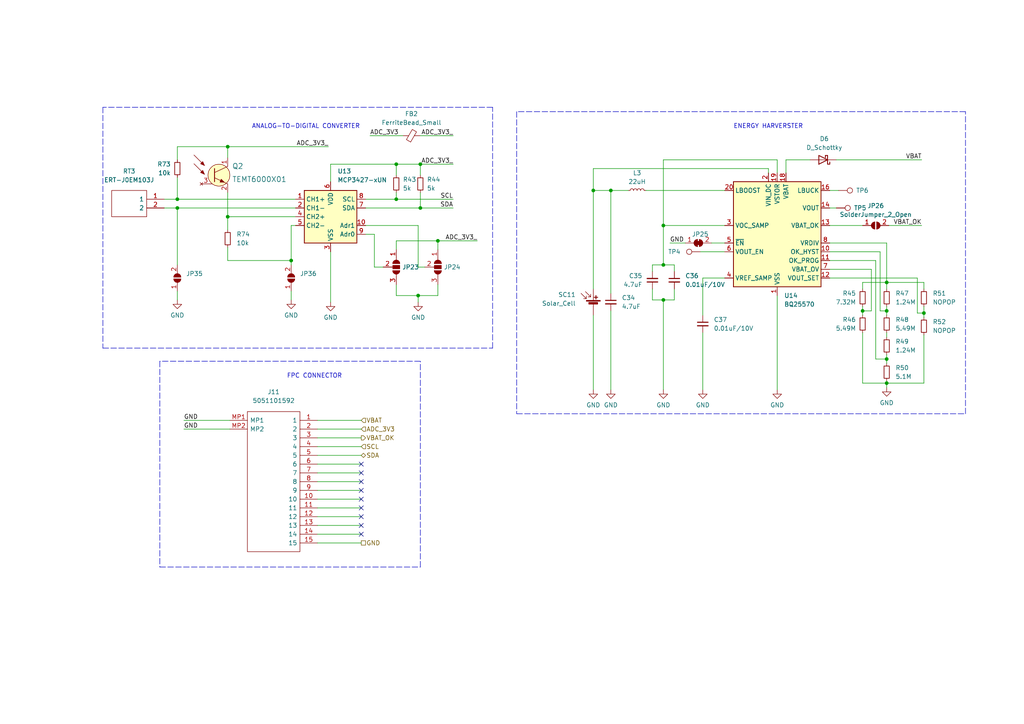
<source format=kicad_sch>
(kicad_sch (version 20211123) (generator eeschema)

  (uuid eeecfd16-59ea-4d28-b47e-840af841257b)

  (paper "A4")

  (title_block
    (title "FZSatellite")
    (date "2022-10-21")
    (rev "2")
    (company "Fiozera - fiozera.com.br")
    (comment 1 "https://github.com/fiozera/FZsatellite")
    (comment 2 "Licensed under CERN-OHL-S v2 or later")
  )

  (lib_symbols
    (symbol "Analog_ADC:MCP3427-xUN" (in_bom yes) (on_board yes)
      (property "Reference" "U" (id 0) (at -3.81 8.89 0)
        (effects (font (size 1.27 1.27)) (justify right))
      )
      (property "Value" "MCP3427-xUN" (id 1) (at 2.54 8.89 0)
        (effects (font (size 1.27 1.27)) (justify left))
      )
      (property "Footprint" "Package_SO:MSOP-10_3x3mm_P0.5mm" (id 2) (at 0 0 0)
        (effects (font (size 1.27 1.27)) hide)
      )
      (property "Datasheet" "http://ww1.microchip.com/downloads/en/DeviceDoc/22226a.pdf" (id 3) (at 0 0 0)
        (effects (font (size 1.27 1.27)) hide)
      )
      (property "ki_keywords" "adc 2ch 16bit i2c" (id 4) (at 0 0 0)
        (effects (font (size 1.27 1.27)) hide)
      )
      (property "ki_description" "16-Bit, Multi-Channel ΔΣ Analog-to-Digital Converter with I2C Interface and On-Board Reference, MSOP-10" (id 5) (at 0 0 0)
        (effects (font (size 1.27 1.27)) hide)
      )
      (property "ki_fp_filters" "MSOP*3x3mm*P0.5mm*" (id 6) (at 0 0 0)
        (effects (font (size 1.27 1.27)) hide)
      )
      (symbol "MCP3427-xUN_0_1"
        (rectangle (start -7.62 7.62) (end 7.62 -7.62)
          (stroke (width 0.254) (type default) (color 0 0 0 0))
          (fill (type background))
        )
      )
      (symbol "MCP3427-xUN_1_1"
        (pin input line (at -10.16 5.08 0) (length 2.54)
          (name "CH1+" (effects (font (size 1.27 1.27))))
          (number "1" (effects (font (size 1.27 1.27))))
        )
        (pin input line (at 10.16 -2.54 180) (length 2.54)
          (name "Adr1" (effects (font (size 1.27 1.27))))
          (number "10" (effects (font (size 1.27 1.27))))
        )
        (pin input line (at -10.16 2.54 0) (length 2.54)
          (name "CH1-" (effects (font (size 1.27 1.27))))
          (number "2" (effects (font (size 1.27 1.27))))
        )
        (pin power_in line (at 0 -10.16 90) (length 2.54)
          (name "VSS" (effects (font (size 1.27 1.27))))
          (number "3" (effects (font (size 1.27 1.27))))
        )
        (pin input line (at -10.16 0 0) (length 2.54)
          (name "CH2+" (effects (font (size 1.27 1.27))))
          (number "4" (effects (font (size 1.27 1.27))))
        )
        (pin input line (at -10.16 -2.54 0) (length 2.54)
          (name "CH2-" (effects (font (size 1.27 1.27))))
          (number "5" (effects (font (size 1.27 1.27))))
        )
        (pin power_in line (at 0 10.16 270) (length 2.54)
          (name "VDD" (effects (font (size 1.27 1.27))))
          (number "6" (effects (font (size 1.27 1.27))))
        )
        (pin bidirectional line (at 10.16 2.54 180) (length 2.54)
          (name "SDA" (effects (font (size 1.27 1.27))))
          (number "7" (effects (font (size 1.27 1.27))))
        )
        (pin input line (at 10.16 5.08 180) (length 2.54)
          (name "SCL" (effects (font (size 1.27 1.27))))
          (number "8" (effects (font (size 1.27 1.27))))
        )
        (pin input line (at 10.16 -5.08 180) (length 2.54)
          (name "Adr0" (effects (font (size 1.27 1.27))))
          (number "9" (effects (font (size 1.27 1.27))))
        )
      )
    )
    (symbol "Battery_Management:BQ25570" (in_bom yes) (on_board yes)
      (property "Reference" "U" (id 0) (at -12.7 16.51 0)
        (effects (font (size 1.27 1.27)))
      )
      (property "Value" "BQ25570" (id 1) (at 10.16 16.51 0)
        (effects (font (size 1.27 1.27)))
      )
      (property "Footprint" "Package_DFN_QFN:QFN-20-1EP_3.5x3.5mm_P0.5mm_EP2x2mm" (id 2) (at 0 -5.08 0)
        (effects (font (size 1.27 1.27)) hide)
      )
      (property "Datasheet" "http://www.ti.com/lit/ds/symlink/bq25570.pdf" (id 3) (at 10.16 30.48 0)
        (effects (font (size 1.27 1.27)) hide)
      )
      (property "ki_keywords" "harvester solar TEG charger li-on buck" (id 4) (at 0 0 0)
        (effects (font (size 1.27 1.27)) hide)
      )
      (property "ki_description" "Nano Power Boost Charger and Buck Converter for Energy Harvester Powered Applications, QFN-20" (id 5) (at 0 0 0)
        (effects (font (size 1.27 1.27)) hide)
      )
      (property "ki_fp_filters" "QFN*1EP*3.5x3.5mm*P0.5mm*" (id 6) (at 0 0 0)
        (effects (font (size 1.27 1.27)) hide)
      )
      (symbol "BQ25570_0_1"
        (rectangle (start -12.7 15.24) (end 12.7 -15.24)
          (stroke (width 0.254) (type default) (color 0 0 0 0))
          (fill (type background))
        )
      )
      (symbol "BQ25570_1_1"
        (pin power_in line (at 0 -17.78 90) (length 2.54)
          (name "VSS" (effects (font (size 1.27 1.27))))
          (number "1" (effects (font (size 1.27 1.27))))
        )
        (pin input line (at 15.24 -5.08 180) (length 2.54)
          (name "OK_HYST" (effects (font (size 1.27 1.27))))
          (number "10" (effects (font (size 1.27 1.27))))
        )
        (pin input line (at 15.24 -7.62 180) (length 2.54)
          (name "OK_PROG" (effects (font (size 1.27 1.27))))
          (number "11" (effects (font (size 1.27 1.27))))
        )
        (pin input line (at 15.24 -12.7 180) (length 2.54)
          (name "VOUT_SET" (effects (font (size 1.27 1.27))))
          (number "12" (effects (font (size 1.27 1.27))))
        )
        (pin output line (at 15.24 2.54 180) (length 2.54)
          (name "VBAT_OK" (effects (font (size 1.27 1.27))))
          (number "13" (effects (font (size 1.27 1.27))))
        )
        (pin input line (at 15.24 7.62 180) (length 2.54)
          (name "VOUT" (effects (font (size 1.27 1.27))))
          (number "14" (effects (font (size 1.27 1.27))))
        )
        (pin passive line (at 0 -17.78 90) (length 2.54) hide
          (name "VSS" (effects (font (size 1.27 1.27))))
          (number "15" (effects (font (size 1.27 1.27))))
        )
        (pin passive line (at 15.24 12.7 180) (length 2.54)
          (name "LBUCK" (effects (font (size 1.27 1.27))))
          (number "16" (effects (font (size 1.27 1.27))))
        )
        (pin passive line (at 0 -17.78 90) (length 2.54) hide
          (name "VSS" (effects (font (size 1.27 1.27))))
          (number "17" (effects (font (size 1.27 1.27))))
        )
        (pin power_in line (at 2.54 17.78 270) (length 2.54)
          (name "VBAT" (effects (font (size 1.27 1.27))))
          (number "18" (effects (font (size 1.27 1.27))))
        )
        (pin power_out line (at 0 17.78 270) (length 2.54)
          (name "VSTOR" (effects (font (size 1.27 1.27))))
          (number "19" (effects (font (size 1.27 1.27))))
        )
        (pin power_in line (at -2.54 17.78 270) (length 2.54)
          (name "VIN_DC" (effects (font (size 1.27 1.27))))
          (number "2" (effects (font (size 1.27 1.27))))
        )
        (pin passive line (at -15.24 12.7 0) (length 2.54)
          (name "LBOOST" (effects (font (size 1.27 1.27))))
          (number "20" (effects (font (size 1.27 1.27))))
        )
        (pin passive line (at 0 -17.78 90) (length 2.54) hide
          (name "VSS" (effects (font (size 1.27 1.27))))
          (number "21" (effects (font (size 1.27 1.27))))
        )
        (pin input line (at -15.24 2.54 0) (length 2.54)
          (name "VOC_SAMP" (effects (font (size 1.27 1.27))))
          (number "3" (effects (font (size 1.27 1.27))))
        )
        (pin passive line (at -15.24 -12.7 0) (length 2.54)
          (name "VREF_SAMP" (effects (font (size 1.27 1.27))))
          (number "4" (effects (font (size 1.27 1.27))))
        )
        (pin input line (at -15.24 -2.54 0) (length 2.54)
          (name "~{EN}" (effects (font (size 1.27 1.27))))
          (number "5" (effects (font (size 1.27 1.27))))
        )
        (pin input line (at -15.24 -5.08 0) (length 2.54)
          (name "VOUT_EN" (effects (font (size 1.27 1.27))))
          (number "6" (effects (font (size 1.27 1.27))))
        )
        (pin input line (at 15.24 -10.16 180) (length 2.54)
          (name "VBAT_OV" (effects (font (size 1.27 1.27))))
          (number "7" (effects (font (size 1.27 1.27))))
        )
        (pin output line (at 15.24 -2.54 180) (length 2.54)
          (name "VRDIV" (effects (font (size 1.27 1.27))))
          (number "8" (effects (font (size 1.27 1.27))))
        )
        (pin passive line (at 0 -17.78 90) (length 2.54) hide
          (name "VSS" (effects (font (size 1.27 1.27))))
          (number "9" (effects (font (size 1.27 1.27))))
        )
      )
    )
    (symbol "Connector:TestPoint" (pin_numbers hide) (pin_names (offset 0.762) hide) (in_bom yes) (on_board yes)
      (property "Reference" "TP" (id 0) (at 0 6.858 0)
        (effects (font (size 1.27 1.27)))
      )
      (property "Value" "TestPoint" (id 1) (at 0 5.08 0)
        (effects (font (size 1.27 1.27)))
      )
      (property "Footprint" "" (id 2) (at 5.08 0 0)
        (effects (font (size 1.27 1.27)) hide)
      )
      (property "Datasheet" "~" (id 3) (at 5.08 0 0)
        (effects (font (size 1.27 1.27)) hide)
      )
      (property "ki_keywords" "test point tp" (id 4) (at 0 0 0)
        (effects (font (size 1.27 1.27)) hide)
      )
      (property "ki_description" "test point" (id 5) (at 0 0 0)
        (effects (font (size 1.27 1.27)) hide)
      )
      (property "ki_fp_filters" "Pin* Test*" (id 6) (at 0 0 0)
        (effects (font (size 1.27 1.27)) hide)
      )
      (symbol "TestPoint_0_1"
        (circle (center 0 3.302) (radius 0.762)
          (stroke (width 0) (type default) (color 0 0 0 0))
          (fill (type none))
        )
      )
      (symbol "TestPoint_1_1"
        (pin passive line (at 0 0 90) (length 2.54)
          (name "1" (effects (font (size 1.27 1.27))))
          (number "1" (effects (font (size 1.27 1.27))))
        )
      )
    )
    (symbol "Device:C_Small" (pin_numbers hide) (pin_names (offset 0.254) hide) (in_bom yes) (on_board yes)
      (property "Reference" "C" (id 0) (at 0.254 1.778 0)
        (effects (font (size 1.27 1.27)) (justify left))
      )
      (property "Value" "C_Small" (id 1) (at 0.254 -2.032 0)
        (effects (font (size 1.27 1.27)) (justify left))
      )
      (property "Footprint" "" (id 2) (at 0 0 0)
        (effects (font (size 1.27 1.27)) hide)
      )
      (property "Datasheet" "~" (id 3) (at 0 0 0)
        (effects (font (size 1.27 1.27)) hide)
      )
      (property "ki_keywords" "capacitor cap" (id 4) (at 0 0 0)
        (effects (font (size 1.27 1.27)) hide)
      )
      (property "ki_description" "Unpolarized capacitor, small symbol" (id 5) (at 0 0 0)
        (effects (font (size 1.27 1.27)) hide)
      )
      (property "ki_fp_filters" "C_*" (id 6) (at 0 0 0)
        (effects (font (size 1.27 1.27)) hide)
      )
      (symbol "C_Small_0_1"
        (polyline
          (pts
            (xy -1.524 -0.508)
            (xy 1.524 -0.508)
          )
          (stroke (width 0.3302) (type default) (color 0 0 0 0))
          (fill (type none))
        )
        (polyline
          (pts
            (xy -1.524 0.508)
            (xy 1.524 0.508)
          )
          (stroke (width 0.3048) (type default) (color 0 0 0 0))
          (fill (type none))
        )
      )
      (symbol "C_Small_1_1"
        (pin passive line (at 0 2.54 270) (length 2.032)
          (name "~" (effects (font (size 1.27 1.27))))
          (number "1" (effects (font (size 1.27 1.27))))
        )
        (pin passive line (at 0 -2.54 90) (length 2.032)
          (name "~" (effects (font (size 1.27 1.27))))
          (number "2" (effects (font (size 1.27 1.27))))
        )
      )
    )
    (symbol "Device:D_Schottky" (pin_numbers hide) (pin_names (offset 1.016) hide) (in_bom yes) (on_board yes)
      (property "Reference" "D" (id 0) (at 0 2.54 0)
        (effects (font (size 1.27 1.27)))
      )
      (property "Value" "D_Schottky" (id 1) (at 0 -2.54 0)
        (effects (font (size 1.27 1.27)))
      )
      (property "Footprint" "" (id 2) (at 0 0 0)
        (effects (font (size 1.27 1.27)) hide)
      )
      (property "Datasheet" "~" (id 3) (at 0 0 0)
        (effects (font (size 1.27 1.27)) hide)
      )
      (property "ki_keywords" "diode Schottky" (id 4) (at 0 0 0)
        (effects (font (size 1.27 1.27)) hide)
      )
      (property "ki_description" "Schottky diode" (id 5) (at 0 0 0)
        (effects (font (size 1.27 1.27)) hide)
      )
      (property "ki_fp_filters" "TO-???* *_Diode_* *SingleDiode* D_*" (id 6) (at 0 0 0)
        (effects (font (size 1.27 1.27)) hide)
      )
      (symbol "D_Schottky_0_1"
        (polyline
          (pts
            (xy 1.27 0)
            (xy -1.27 0)
          )
          (stroke (width 0) (type default) (color 0 0 0 0))
          (fill (type none))
        )
        (polyline
          (pts
            (xy 1.27 1.27)
            (xy 1.27 -1.27)
            (xy -1.27 0)
            (xy 1.27 1.27)
          )
          (stroke (width 0.254) (type default) (color 0 0 0 0))
          (fill (type none))
        )
        (polyline
          (pts
            (xy -1.905 0.635)
            (xy -1.905 1.27)
            (xy -1.27 1.27)
            (xy -1.27 -1.27)
            (xy -0.635 -1.27)
            (xy -0.635 -0.635)
          )
          (stroke (width 0.254) (type default) (color 0 0 0 0))
          (fill (type none))
        )
      )
      (symbol "D_Schottky_1_1"
        (pin passive line (at -3.81 0 0) (length 2.54)
          (name "K" (effects (font (size 1.27 1.27))))
          (number "1" (effects (font (size 1.27 1.27))))
        )
        (pin passive line (at 3.81 0 180) (length 2.54)
          (name "A" (effects (font (size 1.27 1.27))))
          (number "2" (effects (font (size 1.27 1.27))))
        )
      )
    )
    (symbol "Device:FerriteBead_Small" (pin_numbers hide) (pin_names (offset 0)) (in_bom yes) (on_board yes)
      (property "Reference" "FB" (id 0) (at 1.905 1.27 0)
        (effects (font (size 1.27 1.27)) (justify left))
      )
      (property "Value" "FerriteBead_Small" (id 1) (at 1.905 -1.27 0)
        (effects (font (size 1.27 1.27)) (justify left))
      )
      (property "Footprint" "" (id 2) (at -1.778 0 90)
        (effects (font (size 1.27 1.27)) hide)
      )
      (property "Datasheet" "~" (id 3) (at 0 0 0)
        (effects (font (size 1.27 1.27)) hide)
      )
      (property "ki_keywords" "L ferrite bead inductor filter" (id 4) (at 0 0 0)
        (effects (font (size 1.27 1.27)) hide)
      )
      (property "ki_description" "Ferrite bead, small symbol" (id 5) (at 0 0 0)
        (effects (font (size 1.27 1.27)) hide)
      )
      (property "ki_fp_filters" "Inductor_* L_* *Ferrite*" (id 6) (at 0 0 0)
        (effects (font (size 1.27 1.27)) hide)
      )
      (symbol "FerriteBead_Small_0_1"
        (polyline
          (pts
            (xy 0 -1.27)
            (xy 0 -0.7874)
          )
          (stroke (width 0) (type default) (color 0 0 0 0))
          (fill (type none))
        )
        (polyline
          (pts
            (xy 0 0.889)
            (xy 0 1.2954)
          )
          (stroke (width 0) (type default) (color 0 0 0 0))
          (fill (type none))
        )
        (polyline
          (pts
            (xy -1.8288 0.2794)
            (xy -1.1176 1.4986)
            (xy 1.8288 -0.2032)
            (xy 1.1176 -1.4224)
            (xy -1.8288 0.2794)
          )
          (stroke (width 0) (type default) (color 0 0 0 0))
          (fill (type none))
        )
      )
      (symbol "FerriteBead_Small_1_1"
        (pin passive line (at 0 2.54 270) (length 1.27)
          (name "~" (effects (font (size 1.27 1.27))))
          (number "1" (effects (font (size 1.27 1.27))))
        )
        (pin passive line (at 0 -2.54 90) (length 1.27)
          (name "~" (effects (font (size 1.27 1.27))))
          (number "2" (effects (font (size 1.27 1.27))))
        )
      )
    )
    (symbol "Device:L_Small" (pin_numbers hide) (pin_names (offset 0.254) hide) (in_bom yes) (on_board yes)
      (property "Reference" "L" (id 0) (at 0.762 1.016 0)
        (effects (font (size 1.27 1.27)) (justify left))
      )
      (property "Value" "L_Small" (id 1) (at 0.762 -1.016 0)
        (effects (font (size 1.27 1.27)) (justify left))
      )
      (property "Footprint" "" (id 2) (at 0 0 0)
        (effects (font (size 1.27 1.27)) hide)
      )
      (property "Datasheet" "~" (id 3) (at 0 0 0)
        (effects (font (size 1.27 1.27)) hide)
      )
      (property "ki_keywords" "inductor choke coil reactor magnetic" (id 4) (at 0 0 0)
        (effects (font (size 1.27 1.27)) hide)
      )
      (property "ki_description" "Inductor, small symbol" (id 5) (at 0 0 0)
        (effects (font (size 1.27 1.27)) hide)
      )
      (property "ki_fp_filters" "Choke_* *Coil* Inductor_* L_*" (id 6) (at 0 0 0)
        (effects (font (size 1.27 1.27)) hide)
      )
      (symbol "L_Small_0_1"
        (arc (start 0 -2.032) (mid 0.508 -1.524) (end 0 -1.016)
          (stroke (width 0) (type default) (color 0 0 0 0))
          (fill (type none))
        )
        (arc (start 0 -1.016) (mid 0.508 -0.508) (end 0 0)
          (stroke (width 0) (type default) (color 0 0 0 0))
          (fill (type none))
        )
        (arc (start 0 0) (mid 0.508 0.508) (end 0 1.016)
          (stroke (width 0) (type default) (color 0 0 0 0))
          (fill (type none))
        )
        (arc (start 0 1.016) (mid 0.508 1.524) (end 0 2.032)
          (stroke (width 0) (type default) (color 0 0 0 0))
          (fill (type none))
        )
      )
      (symbol "L_Small_1_1"
        (pin passive line (at 0 2.54 270) (length 0.508)
          (name "~" (effects (font (size 1.27 1.27))))
          (number "1" (effects (font (size 1.27 1.27))))
        )
        (pin passive line (at 0 -2.54 90) (length 0.508)
          (name "~" (effects (font (size 1.27 1.27))))
          (number "2" (effects (font (size 1.27 1.27))))
        )
      )
    )
    (symbol "Device:R_Small" (pin_numbers hide) (pin_names (offset 0.254) hide) (in_bom yes) (on_board yes)
      (property "Reference" "R" (id 0) (at 0.762 0.508 0)
        (effects (font (size 1.27 1.27)) (justify left))
      )
      (property "Value" "R_Small" (id 1) (at 0.762 -1.016 0)
        (effects (font (size 1.27 1.27)) (justify left))
      )
      (property "Footprint" "" (id 2) (at 0 0 0)
        (effects (font (size 1.27 1.27)) hide)
      )
      (property "Datasheet" "~" (id 3) (at 0 0 0)
        (effects (font (size 1.27 1.27)) hide)
      )
      (property "ki_keywords" "R resistor" (id 4) (at 0 0 0)
        (effects (font (size 1.27 1.27)) hide)
      )
      (property "ki_description" "Resistor, small symbol" (id 5) (at 0 0 0)
        (effects (font (size 1.27 1.27)) hide)
      )
      (property "ki_fp_filters" "R_*" (id 6) (at 0 0 0)
        (effects (font (size 1.27 1.27)) hide)
      )
      (symbol "R_Small_0_1"
        (rectangle (start -0.762 1.778) (end 0.762 -1.778)
          (stroke (width 0.2032) (type default) (color 0 0 0 0))
          (fill (type none))
        )
      )
      (symbol "R_Small_1_1"
        (pin passive line (at 0 2.54 270) (length 0.762)
          (name "~" (effects (font (size 1.27 1.27))))
          (number "1" (effects (font (size 1.27 1.27))))
        )
        (pin passive line (at 0 -2.54 90) (length 0.762)
          (name "~" (effects (font (size 1.27 1.27))))
          (number "2" (effects (font (size 1.27 1.27))))
        )
      )
    )
    (symbol "Device:Solar_Cell" (pin_numbers hide) (pin_names (offset 0) hide) (in_bom yes) (on_board yes)
      (property "Reference" "SC" (id 0) (at 2.54 2.54 0)
        (effects (font (size 1.27 1.27)) (justify left))
      )
      (property "Value" "Solar_Cell" (id 1) (at 2.54 0 0)
        (effects (font (size 1.27 1.27)) (justify left))
      )
      (property "Footprint" "" (id 2) (at 0 1.524 90)
        (effects (font (size 1.27 1.27)) hide)
      )
      (property "Datasheet" "~" (id 3) (at 0 1.524 90)
        (effects (font (size 1.27 1.27)) hide)
      )
      (property "ki_keywords" "solar cell" (id 4) (at 0 0 0)
        (effects (font (size 1.27 1.27)) hide)
      )
      (property "ki_description" "Single solar cell" (id 5) (at 0 0 0)
        (effects (font (size 1.27 1.27)) hide)
      )
      (symbol "Solar_Cell_0_1"
        (rectangle (start -2.032 1.778) (end 2.032 1.524)
          (stroke (width 0) (type default) (color 0 0 0 0))
          (fill (type outline))
        )
        (rectangle (start -1.3208 1.1938) (end 1.27 0.6858)
          (stroke (width 0) (type default) (color 0 0 0 0))
          (fill (type outline))
        )
        (polyline
          (pts
            (xy -2.032 2.286)
            (xy -3.556 3.81)
          )
          (stroke (width 0) (type default) (color 0 0 0 0))
          (fill (type none))
        )
        (polyline
          (pts
            (xy -0.762 2.794)
            (xy -2.286 4.318)
          )
          (stroke (width 0) (type default) (color 0 0 0 0))
          (fill (type none))
        )
        (polyline
          (pts
            (xy 0 0.762)
            (xy 0 0)
          )
          (stroke (width 0) (type default) (color 0 0 0 0))
          (fill (type none))
        )
        (polyline
          (pts
            (xy 0 1.778)
            (xy 0 2.54)
          )
          (stroke (width 0) (type default) (color 0 0 0 0))
          (fill (type none))
        )
        (polyline
          (pts
            (xy 0.254 2.667)
            (xy 1.27 2.667)
          )
          (stroke (width 0.254) (type default) (color 0 0 0 0))
          (fill (type none))
        )
        (polyline
          (pts
            (xy 0.762 3.175)
            (xy 0.762 2.159)
          )
          (stroke (width 0.254) (type default) (color 0 0 0 0))
          (fill (type none))
        )
        (polyline
          (pts
            (xy -2.032 3.048)
            (xy -2.032 2.286)
            (xy -2.794 2.286)
          )
          (stroke (width 0) (type default) (color 0 0 0 0))
          (fill (type none))
        )
        (polyline
          (pts
            (xy -0.762 3.556)
            (xy -0.762 2.794)
            (xy -1.524 2.794)
          )
          (stroke (width 0) (type default) (color 0 0 0 0))
          (fill (type none))
        )
      )
      (symbol "Solar_Cell_1_1"
        (pin passive line (at 0 5.08 270) (length 2.54)
          (name "+" (effects (font (size 1.27 1.27))))
          (number "1" (effects (font (size 1.27 1.27))))
        )
        (pin passive line (at 0 -2.54 90) (length 2.54)
          (name "-" (effects (font (size 1.27 1.27))))
          (number "2" (effects (font (size 1.27 1.27))))
        )
      )
    )
    (symbol "Jumper:SolderJumper_2_Bridged" (pin_names (offset 0) hide) (in_bom yes) (on_board yes)
      (property "Reference" "JP" (id 0) (at 0 2.032 0)
        (effects (font (size 1.27 1.27)))
      )
      (property "Value" "SolderJumper_2_Bridged" (id 1) (at 0 -2.54 0)
        (effects (font (size 1.27 1.27)))
      )
      (property "Footprint" "" (id 2) (at 0 0 0)
        (effects (font (size 1.27 1.27)) hide)
      )
      (property "Datasheet" "~" (id 3) (at 0 0 0)
        (effects (font (size 1.27 1.27)) hide)
      )
      (property "ki_keywords" "solder jumper SPST" (id 4) (at 0 0 0)
        (effects (font (size 1.27 1.27)) hide)
      )
      (property "ki_description" "Solder Jumper, 2-pole, closed/bridged" (id 5) (at 0 0 0)
        (effects (font (size 1.27 1.27)) hide)
      )
      (property "ki_fp_filters" "SolderJumper*Bridged*" (id 6) (at 0 0 0)
        (effects (font (size 1.27 1.27)) hide)
      )
      (symbol "SolderJumper_2_Bridged_0_1"
        (rectangle (start -0.508 0.508) (end 0.508 -0.508)
          (stroke (width 0) (type default) (color 0 0 0 0))
          (fill (type outline))
        )
        (arc (start -0.254 1.016) (mid -1.27 0) (end -0.254 -1.016)
          (stroke (width 0) (type default) (color 0 0 0 0))
          (fill (type none))
        )
        (arc (start -0.254 1.016) (mid -1.27 0) (end -0.254 -1.016)
          (stroke (width 0) (type default) (color 0 0 0 0))
          (fill (type outline))
        )
        (polyline
          (pts
            (xy -0.254 1.016)
            (xy -0.254 -1.016)
          )
          (stroke (width 0) (type default) (color 0 0 0 0))
          (fill (type none))
        )
        (polyline
          (pts
            (xy 0.254 1.016)
            (xy 0.254 -1.016)
          )
          (stroke (width 0) (type default) (color 0 0 0 0))
          (fill (type none))
        )
        (arc (start 0.254 -1.016) (mid 1.27 0) (end 0.254 1.016)
          (stroke (width 0) (type default) (color 0 0 0 0))
          (fill (type none))
        )
        (arc (start 0.254 -1.016) (mid 1.27 0) (end 0.254 1.016)
          (stroke (width 0) (type default) (color 0 0 0 0))
          (fill (type outline))
        )
      )
      (symbol "SolderJumper_2_Bridged_1_1"
        (pin passive line (at -3.81 0 0) (length 2.54)
          (name "A" (effects (font (size 1.27 1.27))))
          (number "1" (effects (font (size 1.27 1.27))))
        )
        (pin passive line (at 3.81 0 180) (length 2.54)
          (name "B" (effects (font (size 1.27 1.27))))
          (number "2" (effects (font (size 1.27 1.27))))
        )
      )
    )
    (symbol "Jumper:SolderJumper_2_Open" (pin_names (offset 0) hide) (in_bom yes) (on_board yes)
      (property "Reference" "JP" (id 0) (at 0 2.032 0)
        (effects (font (size 1.27 1.27)))
      )
      (property "Value" "SolderJumper_2_Open" (id 1) (at 0 -2.54 0)
        (effects (font (size 1.27 1.27)))
      )
      (property "Footprint" "" (id 2) (at 0 0 0)
        (effects (font (size 1.27 1.27)) hide)
      )
      (property "Datasheet" "~" (id 3) (at 0 0 0)
        (effects (font (size 1.27 1.27)) hide)
      )
      (property "ki_keywords" "solder jumper SPST" (id 4) (at 0 0 0)
        (effects (font (size 1.27 1.27)) hide)
      )
      (property "ki_description" "Solder Jumper, 2-pole, open" (id 5) (at 0 0 0)
        (effects (font (size 1.27 1.27)) hide)
      )
      (property "ki_fp_filters" "SolderJumper*Open*" (id 6) (at 0 0 0)
        (effects (font (size 1.27 1.27)) hide)
      )
      (symbol "SolderJumper_2_Open_0_1"
        (arc (start -0.254 1.016) (mid -1.27 0) (end -0.254 -1.016)
          (stroke (width 0) (type default) (color 0 0 0 0))
          (fill (type none))
        )
        (arc (start -0.254 1.016) (mid -1.27 0) (end -0.254 -1.016)
          (stroke (width 0) (type default) (color 0 0 0 0))
          (fill (type outline))
        )
        (polyline
          (pts
            (xy -0.254 1.016)
            (xy -0.254 -1.016)
          )
          (stroke (width 0) (type default) (color 0 0 0 0))
          (fill (type none))
        )
        (polyline
          (pts
            (xy 0.254 1.016)
            (xy 0.254 -1.016)
          )
          (stroke (width 0) (type default) (color 0 0 0 0))
          (fill (type none))
        )
        (arc (start 0.254 -1.016) (mid 1.27 0) (end 0.254 1.016)
          (stroke (width 0) (type default) (color 0 0 0 0))
          (fill (type none))
        )
        (arc (start 0.254 -1.016) (mid 1.27 0) (end 0.254 1.016)
          (stroke (width 0) (type default) (color 0 0 0 0))
          (fill (type outline))
        )
      )
      (symbol "SolderJumper_2_Open_1_1"
        (pin passive line (at -3.81 0 0) (length 2.54)
          (name "A" (effects (font (size 1.27 1.27))))
          (number "1" (effects (font (size 1.27 1.27))))
        )
        (pin passive line (at 3.81 0 180) (length 2.54)
          (name "B" (effects (font (size 1.27 1.27))))
          (number "2" (effects (font (size 1.27 1.27))))
        )
      )
    )
    (symbol "Jumper:SolderJumper_3_Open" (pin_names (offset 0) hide) (in_bom yes) (on_board yes)
      (property "Reference" "JP" (id 0) (at -2.54 -2.54 0)
        (effects (font (size 1.27 1.27)))
      )
      (property "Value" "SolderJumper_3_Open" (id 1) (at 0 2.794 0)
        (effects (font (size 1.27 1.27)))
      )
      (property "Footprint" "" (id 2) (at 0 0 0)
        (effects (font (size 1.27 1.27)) hide)
      )
      (property "Datasheet" "~" (id 3) (at 0 0 0)
        (effects (font (size 1.27 1.27)) hide)
      )
      (property "ki_keywords" "Solder Jumper SPDT" (id 4) (at 0 0 0)
        (effects (font (size 1.27 1.27)) hide)
      )
      (property "ki_description" "Solder Jumper, 3-pole, open" (id 5) (at 0 0 0)
        (effects (font (size 1.27 1.27)) hide)
      )
      (property "ki_fp_filters" "SolderJumper*Open*" (id 6) (at 0 0 0)
        (effects (font (size 1.27 1.27)) hide)
      )
      (symbol "SolderJumper_3_Open_0_1"
        (arc (start -1.016 1.016) (mid -2.032 0) (end -1.016 -1.016)
          (stroke (width 0) (type default) (color 0 0 0 0))
          (fill (type none))
        )
        (arc (start -1.016 1.016) (mid -2.032 0) (end -1.016 -1.016)
          (stroke (width 0) (type default) (color 0 0 0 0))
          (fill (type outline))
        )
        (rectangle (start -0.508 1.016) (end 0.508 -1.016)
          (stroke (width 0) (type default) (color 0 0 0 0))
          (fill (type outline))
        )
        (polyline
          (pts
            (xy -2.54 0)
            (xy -2.032 0)
          )
          (stroke (width 0) (type default) (color 0 0 0 0))
          (fill (type none))
        )
        (polyline
          (pts
            (xy -1.016 1.016)
            (xy -1.016 -1.016)
          )
          (stroke (width 0) (type default) (color 0 0 0 0))
          (fill (type none))
        )
        (polyline
          (pts
            (xy 0 -1.27)
            (xy 0 -1.016)
          )
          (stroke (width 0) (type default) (color 0 0 0 0))
          (fill (type none))
        )
        (polyline
          (pts
            (xy 1.016 1.016)
            (xy 1.016 -1.016)
          )
          (stroke (width 0) (type default) (color 0 0 0 0))
          (fill (type none))
        )
        (polyline
          (pts
            (xy 2.54 0)
            (xy 2.032 0)
          )
          (stroke (width 0) (type default) (color 0 0 0 0))
          (fill (type none))
        )
        (arc (start 1.016 -1.016) (mid 2.032 0) (end 1.016 1.016)
          (stroke (width 0) (type default) (color 0 0 0 0))
          (fill (type none))
        )
        (arc (start 1.016 -1.016) (mid 2.032 0) (end 1.016 1.016)
          (stroke (width 0) (type default) (color 0 0 0 0))
          (fill (type outline))
        )
      )
      (symbol "SolderJumper_3_Open_1_1"
        (pin passive line (at -5.08 0 0) (length 2.54)
          (name "A" (effects (font (size 1.27 1.27))))
          (number "1" (effects (font (size 1.27 1.27))))
        )
        (pin input line (at 0 -3.81 90) (length 2.54)
          (name "C" (effects (font (size 1.27 1.27))))
          (number "2" (effects (font (size 1.27 1.27))))
        )
        (pin passive line (at 5.08 0 180) (length 2.54)
          (name "B" (effects (font (size 1.27 1.27))))
          (number "3" (effects (font (size 1.27 1.27))))
        )
      )
    )
    (symbol "SamacSys_Parts:5051101592" (pin_names (offset 0.762)) (in_bom yes) (on_board yes)
      (property "Reference" "J" (id 0) (at 21.59 7.62 0)
        (effects (font (size 1.27 1.27)) (justify left))
      )
      (property "Value" "5051101592" (id 1) (at 21.59 5.08 0)
        (effects (font (size 1.27 1.27)) (justify left))
      )
      (property "Footprint" "5051101592" (id 2) (at 21.59 2.54 0)
        (effects (font (size 1.27 1.27)) (justify left) hide)
      )
      (property "Datasheet" "https://www.arrow.com/en/products/505110-1592/molex" (id 3) (at 21.59 0 0)
        (effects (font (size 1.27 1.27)) (justify left) hide)
      )
      (property "Description" "Easy-On FFC/FPC Connector, 0.50mm Pitch, FD19 Series, Right-Angle, Bottom Contact, 1.90mm Height,  Circuits, Gold over Nickel Plating" (id 4) (at 21.59 -2.54 0)
        (effects (font (size 1.27 1.27)) (justify left) hide)
      )
      (property "Height" "2.1" (id 5) (at 21.59 -5.08 0)
        (effects (font (size 1.27 1.27)) (justify left) hide)
      )
      (property "Manufacturer_Name" "Molex" (id 6) (at 21.59 -7.62 0)
        (effects (font (size 1.27 1.27)) (justify left) hide)
      )
      (property "Manufacturer_Part_Number" "5051101592" (id 7) (at 21.59 -10.16 0)
        (effects (font (size 1.27 1.27)) (justify left) hide)
      )
      (property "Mouser Part Number" "" (id 8) (at 21.59 -12.7 0)
        (effects (font (size 1.27 1.27)) (justify left) hide)
      )
      (property "Mouser Price/Stock" "" (id 9) (at 21.59 -15.24 0)
        (effects (font (size 1.27 1.27)) (justify left) hide)
      )
      (property "Arrow Part Number" "5051101592" (id 10) (at 21.59 -17.78 0)
        (effects (font (size 1.27 1.27)) (justify left) hide)
      )
      (property "Arrow Price/Stock" "https://www.arrow.com/en/products/505110-1592/molex?region=nac" (id 11) (at 21.59 -20.32 0)
        (effects (font (size 1.27 1.27)) (justify left) hide)
      )
      (property "ki_description" "Easy-On FFC/FPC Connector, 0.50mm Pitch, FD19 Series, Right-Angle, Bottom Contact, 1.90mm Height,  Circuits, Gold over Nickel Plating" (id 12) (at 0 0 0)
        (effects (font (size 1.27 1.27)) hide)
      )
      (symbol "5051101592_0_0"
        (pin passive line (at 25.4 0 180) (length 5.08)
          (name "1" (effects (font (size 1.27 1.27))))
          (number "1" (effects (font (size 1.27 1.27))))
        )
        (pin passive line (at 25.4 -22.86 180) (length 5.08)
          (name "10" (effects (font (size 1.27 1.27))))
          (number "10" (effects (font (size 1.27 1.27))))
        )
        (pin passive line (at 25.4 -25.4 180) (length 5.08)
          (name "11" (effects (font (size 1.27 1.27))))
          (number "11" (effects (font (size 1.27 1.27))))
        )
        (pin passive line (at 25.4 -27.94 180) (length 5.08)
          (name "12" (effects (font (size 1.27 1.27))))
          (number "12" (effects (font (size 1.27 1.27))))
        )
        (pin passive line (at 25.4 -30.48 180) (length 5.08)
          (name "13" (effects (font (size 1.27 1.27))))
          (number "13" (effects (font (size 1.27 1.27))))
        )
        (pin passive line (at 25.4 -33.02 180) (length 5.08)
          (name "14" (effects (font (size 1.27 1.27))))
          (number "14" (effects (font (size 1.27 1.27))))
        )
        (pin passive line (at 25.4 -35.56 180) (length 5.08)
          (name "15" (effects (font (size 1.27 1.27))))
          (number "15" (effects (font (size 1.27 1.27))))
        )
        (pin passive line (at 25.4 -2.54 180) (length 5.08)
          (name "2" (effects (font (size 1.27 1.27))))
          (number "2" (effects (font (size 1.27 1.27))))
        )
        (pin passive line (at 25.4 -5.08 180) (length 5.08)
          (name "3" (effects (font (size 1.27 1.27))))
          (number "3" (effects (font (size 1.27 1.27))))
        )
        (pin passive line (at 25.4 -7.62 180) (length 5.08)
          (name "4" (effects (font (size 1.27 1.27))))
          (number "4" (effects (font (size 1.27 1.27))))
        )
        (pin passive line (at 25.4 -10.16 180) (length 5.08)
          (name "5" (effects (font (size 1.27 1.27))))
          (number "5" (effects (font (size 1.27 1.27))))
        )
        (pin passive line (at 25.4 -12.7 180) (length 5.08)
          (name "6" (effects (font (size 1.27 1.27))))
          (number "6" (effects (font (size 1.27 1.27))))
        )
        (pin passive line (at 25.4 -15.24 180) (length 5.08)
          (name "7" (effects (font (size 1.27 1.27))))
          (number "7" (effects (font (size 1.27 1.27))))
        )
        (pin passive line (at 25.4 -17.78 180) (length 5.08)
          (name "8" (effects (font (size 1.27 1.27))))
          (number "8" (effects (font (size 1.27 1.27))))
        )
        (pin passive line (at 25.4 -20.32 180) (length 5.08)
          (name "9" (effects (font (size 1.27 1.27))))
          (number "9" (effects (font (size 1.27 1.27))))
        )
        (pin passive line (at 0 0 0) (length 5.08)
          (name "MP1" (effects (font (size 1.27 1.27))))
          (number "MP1" (effects (font (size 1.27 1.27))))
        )
        (pin passive line (at 0 -2.54 0) (length 5.08)
          (name "MP2" (effects (font (size 1.27 1.27))))
          (number "MP2" (effects (font (size 1.27 1.27))))
        )
      )
      (symbol "5051101592_0_1"
        (polyline
          (pts
            (xy 5.08 2.54)
            (xy 20.32 2.54)
            (xy 20.32 -38.1)
            (xy 5.08 -38.1)
            (xy 5.08 2.54)
          )
          (stroke (width 0.1524) (type default) (color 0 0 0 0))
          (fill (type none))
        )
      )
    )
    (symbol "SamacSys_Parts:ERT-J0EM103J" (pin_names (offset 0.762)) (in_bom yes) (on_board yes)
      (property "Reference" "RT" (id 0) (at 16.51 7.62 0)
        (effects (font (size 1.27 1.27)) (justify left))
      )
      (property "Value" "ERT-J0EM103J" (id 1) (at 16.51 5.08 0)
        (effects (font (size 1.27 1.27)) (justify left))
      )
      (property "Footprint" "THRMC1005X55N" (id 2) (at 16.51 2.54 0)
        (effects (font (size 1.27 1.27)) (justify left) hide)
      )
      (property "Datasheet" "https://componentsearchengine.com/Datasheets/1/ERT-J0EM103J.pdf" (id 3) (at 16.51 0 0)
        (effects (font (size 1.27 1.27)) (justify left) hide)
      )
      (property "Description" "PANASONIC ELECTRONIC COMPONENTS - ERT-J0EM103J - THERMISTOR, NTC, 10KOHM, 5%, SMD" (id 4) (at 16.51 -2.54 0)
        (effects (font (size 1.27 1.27)) (justify left) hide)
      )
      (property "Height" "0.55" (id 5) (at 16.51 -5.08 0)
        (effects (font (size 1.27 1.27)) (justify left) hide)
      )
      (property "Mouser Part Number" "667-ERT-J0EM103J" (id 6) (at 16.51 -7.62 0)
        (effects (font (size 1.27 1.27)) (justify left) hide)
      )
      (property "Mouser Price/Stock" "https://www.mouser.com/Search/Refine.aspx?Keyword=667-ERT-J0EM103J" (id 7) (at 16.51 -10.16 0)
        (effects (font (size 1.27 1.27)) (justify left) hide)
      )
      (property "Manufacturer_Name" "Panasonic" (id 8) (at 16.51 -12.7 0)
        (effects (font (size 1.27 1.27)) (justify left) hide)
      )
      (property "Manufacturer_Part_Number" "ERT-J0EM103J" (id 9) (at 16.51 -15.24 0)
        (effects (font (size 1.27 1.27)) (justify left) hide)
      )
      (property "ki_description" "PANASONIC ELECTRONIC COMPONENTS - ERT-J0EM103J - THERMISTOR, NTC, 10KOHM, 5%, SMD" (id 10) (at 0 0 0)
        (effects (font (size 1.27 1.27)) hide)
      )
      (symbol "ERT-J0EM103J_0_0"
        (pin passive line (at 0 0 0) (length 5.08)
          (name "1" (effects (font (size 1.27 1.27))))
          (number "1" (effects (font (size 1.27 1.27))))
        )
        (pin passive line (at 0 -2.54 0) (length 5.08)
          (name "2" (effects (font (size 1.27 1.27))))
          (number "2" (effects (font (size 1.27 1.27))))
        )
      )
      (symbol "ERT-J0EM103J_0_1"
        (polyline
          (pts
            (xy 5.08 2.54)
            (xy 15.24 2.54)
            (xy 15.24 -5.08)
            (xy 5.08 -5.08)
            (xy 5.08 2.54)
          )
          (stroke (width 0.1524) (type default) (color 0 0 0 0))
          (fill (type none))
        )
      )
    )
    (symbol "dk_Optical-Sensors-Phototransistors:TEMT6000X01" (pin_names (offset 0) hide) (in_bom yes) (on_board yes)
      (property "Reference" "Q" (id 0) (at -1.27 5.08 0)
        (effects (font (size 1.524 1.524)))
      )
      (property "Value" "TEMT6000X01" (id 1) (at 6.35 0 90)
        (effects (font (size 1.524 1.524)))
      )
      (property "Footprint" "digikey-footprints:Phototransistor_SMD_4x2mm_TEMT6000X01" (id 2) (at 5.08 5.08 0)
        (effects (font (size 1.524 1.524)) (justify left) hide)
      )
      (property "Datasheet" "http://www.vishay.com/docs/81579/temt6000.pdf" (id 3) (at 5.08 7.62 0)
        (effects (font (size 1.524 1.524)) (justify left) hide)
      )
      (property "Digi-Key_PN" "751-1055-1-ND" (id 4) (at 5.08 10.16 0)
        (effects (font (size 1.524 1.524)) (justify left) hide)
      )
      (property "MPN" "TEMT6000X01" (id 5) (at 5.08 12.7 0)
        (effects (font (size 1.524 1.524)) (justify left) hide)
      )
      (property "Category" "Sensors, Transducers" (id 6) (at 5.08 15.24 0)
        (effects (font (size 1.524 1.524)) (justify left) hide)
      )
      (property "Family" "Optical Sensors - Phototransistors" (id 7) (at 5.08 17.78 0)
        (effects (font (size 1.524 1.524)) (justify left) hide)
      )
      (property "DK_Datasheet_Link" "http://www.vishay.com/docs/81579/temt6000.pdf" (id 8) (at 5.08 20.32 0)
        (effects (font (size 1.524 1.524)) (justify left) hide)
      )
      (property "DK_Detail_Page" "/product-detail/en/vishay-semiconductor-opto-division/TEMT6000X01/751-1055-1-ND/1681410" (id 9) (at 5.08 22.86 0)
        (effects (font (size 1.524 1.524)) (justify left) hide)
      )
      (property "Description" "SENSOR PHOTO 570NM TOP VIEW 1206" (id 10) (at 5.08 25.4 0)
        (effects (font (size 1.524 1.524)) (justify left) hide)
      )
      (property "Manufacturer" "Vishay Semiconductor Opto Division" (id 11) (at 5.08 27.94 0)
        (effects (font (size 1.524 1.524)) (justify left) hide)
      )
      (property "Status" "Active" (id 12) (at 5.08 30.48 0)
        (effects (font (size 1.524 1.524)) (justify left) hide)
      )
      (property "ki_keywords" "751-1055-1-ND Automotive, AEC-Q101" (id 13) (at 0 0 0)
        (effects (font (size 1.27 1.27)) hide)
      )
      (property "ki_description" "SENSOR PHOTO 570NM TOP VIEW 1206" (id 14) (at 0 0 0)
        (effects (font (size 1.27 1.27)) hide)
      )
      (symbol "TEMT6000X01_0_1"
        (polyline
          (pts
            (xy -7.239 3.302)
            (xy -4.953 1.016)
          )
          (stroke (width 0) (type default) (color 0 0 0 0))
          (fill (type none))
        )
        (polyline
          (pts
            (xy -7.239 5.842)
            (xy -4.953 3.556)
          )
          (stroke (width 0) (type default) (color 0 0 0 0))
          (fill (type none))
        )
        (polyline
          (pts
            (xy -2.54 -2.54)
            (xy -1.905 -2.54)
          )
          (stroke (width 0) (type default) (color 0 0 0 0))
          (fill (type none))
        )
        (polyline
          (pts
            (xy -1.27 -1.905)
            (xy -1.27 1.905)
          )
          (stroke (width 0.254) (type default) (color 0 0 0 0))
          (fill (type none))
        )
        (polyline
          (pts
            (xy -1.27 -0.762)
            (xy 2.54 -2.54)
          )
          (stroke (width 0) (type default) (color 0 0 0 0))
          (fill (type none))
        )
        (polyline
          (pts
            (xy -1.27 0.762)
            (xy 2.54 2.54)
          )
          (stroke (width 0) (type default) (color 0 0 0 0))
          (fill (type none))
        )
        (polyline
          (pts
            (xy -4.191 0.254)
            (xy -5.334 0.762)
            (xy -4.699 1.397)
            (xy -4.191 0.254)
          )
          (stroke (width 0) (type default) (color 0 0 0 0))
          (fill (type outline))
        )
        (polyline
          (pts
            (xy -4.191 2.794)
            (xy -5.334 3.302)
            (xy -4.699 3.937)
            (xy -4.191 2.794)
          )
          (stroke (width 0) (type default) (color 0 0 0 0))
          (fill (type outline))
        )
        (polyline
          (pts
            (xy 1.524 -2.032)
            (xy 0.3048 -2.032)
            (xy 0.6604 -1.1684)
            (xy 1.524 -2.032)
          )
          (stroke (width 0) (type default) (color 0 0 0 0))
          (fill (type outline))
        )
        (circle (center 0 0) (radius 3.175)
          (stroke (width 0) (type default) (color 0 0 0 0))
          (fill (type background))
        )
      )
      (symbol "TEMT6000X01_1_1"
        (pin passive line (at 2.54 5.08 270) (length 2.54)
          (name "C" (effects (font (size 1.27 1.27))))
          (number "1" (effects (font (size 1.27 1.27))))
        )
        (pin passive line (at 2.54 -5.08 90) (length 2.54)
          (name "E" (effects (font (size 1.27 1.27))))
          (number "2" (effects (font (size 1.27 1.27))))
        )
        (pin no_connect line (at -5.08 -2.54 0) (length 2.54)
          (name "NC" (effects (font (size 1.27 1.27))))
          (number "3" (effects (font (size 1.27 1.27))))
        )
      )
    )
    (symbol "power:GND" (power) (pin_names (offset 0)) (in_bom yes) (on_board yes)
      (property "Reference" "#PWR" (id 0) (at 0 -6.35 0)
        (effects (font (size 1.27 1.27)) hide)
      )
      (property "Value" "GND" (id 1) (at 0 -3.81 0)
        (effects (font (size 1.27 1.27)))
      )
      (property "Footprint" "" (id 2) (at 0 0 0)
        (effects (font (size 1.27 1.27)) hide)
      )
      (property "Datasheet" "" (id 3) (at 0 0 0)
        (effects (font (size 1.27 1.27)) hide)
      )
      (property "ki_keywords" "power-flag" (id 4) (at 0 0 0)
        (effects (font (size 1.27 1.27)) hide)
      )
      (property "ki_description" "Power symbol creates a global label with name \"GND\" , ground" (id 5) (at 0 0 0)
        (effects (font (size 1.27 1.27)) hide)
      )
      (symbol "GND_0_1"
        (polyline
          (pts
            (xy 0 0)
            (xy 0 -1.27)
            (xy 1.27 -1.27)
            (xy 0 -2.54)
            (xy -1.27 -1.27)
            (xy 0 -1.27)
          )
          (stroke (width 0) (type default) (color 0 0 0 0))
          (fill (type none))
        )
      )
      (symbol "GND_1_1"
        (pin power_in line (at 0 0 270) (length 0) hide
          (name "GND" (effects (font (size 1.27 1.27))))
          (number "1" (effects (font (size 1.27 1.27))))
        )
      )
    )
  )

  (junction (at 267.97 90.805) (diameter 0) (color 0 0 0 0)
    (uuid 045bc21a-e82c-4c18-8b7e-f2df1ca7db89)
  )
  (junction (at 257.175 90.17) (diameter 0) (color 0 0 0 0)
    (uuid 06ed4211-5ba2-47a2-aec1-40ec5adc7326)
  )
  (junction (at 51.435 57.785) (diameter 0) (color 0 0 0 0)
    (uuid 1101c0f6-8dbe-4918-8a41-a923a2979ce2)
  )
  (junction (at 250.19 90.17) (diameter 0) (color 0 0 0 0)
    (uuid 11a84678-e106-40e3-8dba-35f222dda6c8)
  )
  (junction (at 257.175 104.14) (diameter 0) (color 0 0 0 0)
    (uuid 18b0d6dc-4565-409a-b99c-926457662c24)
  )
  (junction (at 257.175 81.915) (diameter 0) (color 0 0 0 0)
    (uuid 27cd7b3f-aa78-44a0-91af-72856d26fdec)
  )
  (junction (at 114.935 47.625) (diameter 0) (color 0 0 0 0)
    (uuid 3eecd927-9885-464f-b7f6-d795a24dfe2d)
  )
  (junction (at 172.085 55.245) (diameter 0) (color 0 0 0 0)
    (uuid 40ba0930-49c4-4f61-81df-aee9f1edd822)
  )
  (junction (at 192.405 76.835) (diameter 0) (color 0 0 0 0)
    (uuid 4eaf125a-ab2b-467d-8d5b-8f359d6db3a4)
  )
  (junction (at 121.285 85.725) (diameter 0) (color 0 0 0 0)
    (uuid 627a6ce4-5d73-48cd-b54b-2c8324e05358)
  )
  (junction (at 66.04 42.545) (diameter 0) (color 0 0 0 0)
    (uuid 6d4af29d-6b44-489a-80dd-313fa1972bb1)
  )
  (junction (at 66.04 62.865) (diameter 0) (color 0 0 0 0)
    (uuid 6e74ccf6-1c87-43a3-aeae-58886fd235ac)
  )
  (junction (at 121.92 47.625) (diameter 0) (color 0 0 0 0)
    (uuid 828bde86-d06f-441b-aea1-fc592e86dbba)
  )
  (junction (at 192.405 65.405) (diameter 0) (color 0 0 0 0)
    (uuid 86c681ca-43fb-45bd-899e-2e64b7951db0)
  )
  (junction (at 127 69.85) (diameter 0) (color 0 0 0 0)
    (uuid 86f51347-882a-4404-905b-96f98ebced87)
  )
  (junction (at 84.455 75.565) (diameter 0) (color 0 0 0 0)
    (uuid 8b34d468-f8f7-4302-98f7-c0186a6c85f6)
  )
  (junction (at 192.405 86.995) (diameter 0) (color 0 0 0 0)
    (uuid 8ee02063-ab68-4f02-ac67-b05a602d8bda)
  )
  (junction (at 114.935 57.785) (diameter 0) (color 0 0 0 0)
    (uuid 95b3d7be-c49a-4718-b55c-32b30bae5f26)
  )
  (junction (at 51.435 60.325) (diameter 0) (color 0 0 0 0)
    (uuid 9e7a052e-d63f-4e7c-8eac-c1972d6a22bd)
  )
  (junction (at 257.175 111.125) (diameter 0) (color 0 0 0 0)
    (uuid a7466ef8-2d86-4c6b-848e-f571498b363b)
  )
  (junction (at 177.165 55.245) (diameter 0) (color 0 0 0 0)
    (uuid aab0cafb-f44b-4902-95de-e4e46b24d43e)
  )
  (junction (at 121.92 60.325) (diameter 0) (color 0 0 0 0)
    (uuid ce0d74bb-50e9-4108-97b6-8a62459bfa9d)
  )

  (no_connect (at 104.775 144.78) (uuid 1e6643cc-5be9-4fbe-901d-b8b8b3a7b03e))
  (no_connect (at 104.775 152.4) (uuid 21a107c5-951e-4ba7-a805-d6250b71e8ca))
  (no_connect (at 104.775 154.94) (uuid 22e67f6f-7841-47c4-8566-920c13ac4514))
  (no_connect (at 104.775 142.24) (uuid 33c4092e-c002-4667-bc56-f5f7e7107221))
  (no_connect (at 104.775 137.16) (uuid 4ca07493-de46-47ac-8f8c-28f0e671a612))
  (no_connect (at 104.775 149.86) (uuid 98d35fa7-3a82-40fa-8f62-f7c78fa65796))
  (no_connect (at 104.775 147.32) (uuid 9bde9b00-68be-4083-9a06-79de02653e06))
  (no_connect (at 104.775 134.62) (uuid e9f6c41e-2f16-4fc3-8fa3-11923ff49924))
  (no_connect (at 104.775 139.7) (uuid f81e6db7-d508-4b2d-9d7e-a212d86d0ad0))

  (wire (pts (xy 92.075 137.16) (xy 104.775 137.16))
    (stroke (width 0) (type default) (color 0 0 0 0))
    (uuid 007d19ac-8aaf-4523-b2a3-c2362edad51e)
  )
  (wire (pts (xy 225.425 46.355) (xy 192.405 46.355))
    (stroke (width 0) (type default) (color 0 0 0 0))
    (uuid 0204cc8d-c376-442b-9b17-884bb3f950f9)
  )
  (wire (pts (xy 255.27 90.17) (xy 257.175 90.17))
    (stroke (width 0) (type default) (color 0 0 0 0))
    (uuid 06159c24-e8e9-4bed-9815-307af47fec91)
  )
  (wire (pts (xy 187.325 55.245) (xy 210.185 55.245))
    (stroke (width 0) (type default) (color 0 0 0 0))
    (uuid 0679ca66-c269-47a2-b292-28833745fe95)
  )
  (wire (pts (xy 121.285 77.47) (xy 123.19 77.47))
    (stroke (width 0) (type default) (color 0 0 0 0))
    (uuid 09515e34-d722-4b69-8d20-7fefcdf9cdd8)
  )
  (wire (pts (xy 194.31 70.485) (xy 198.755 70.485))
    (stroke (width 0) (type default) (color 0 0 0 0))
    (uuid 0b85ddea-22fa-464a-952a-f1f83e83215c)
  )
  (wire (pts (xy 121.92 60.325) (xy 131.445 60.325))
    (stroke (width 0) (type default) (color 0 0 0 0))
    (uuid 0e6cf1c9-ce4c-4d5d-be26-c5e694fc5db3)
  )
  (wire (pts (xy 106.045 65.405) (xy 121.285 65.405))
    (stroke (width 0) (type default) (color 0 0 0 0))
    (uuid 112566b0-04cd-4208-b40d-de57b86f5db2)
  )
  (wire (pts (xy 114.935 57.785) (xy 131.445 57.785))
    (stroke (width 0) (type default) (color 0 0 0 0))
    (uuid 11a707af-94b3-4d0a-a9d3-fc4cd0546183)
  )
  (wire (pts (xy 203.835 80.645) (xy 203.835 91.44))
    (stroke (width 0) (type default) (color 0 0 0 0))
    (uuid 13c1f754-9809-485b-a7a2-9ce0f1e0b550)
  )
  (wire (pts (xy 203.2 73.025) (xy 210.185 73.025))
    (stroke (width 0) (type default) (color 0 0 0 0))
    (uuid 15175799-de0a-4160-9ec4-355f7e6464ef)
  )
  (wire (pts (xy 51.435 42.545) (xy 51.435 46.355))
    (stroke (width 0) (type default) (color 0 0 0 0))
    (uuid 1605498c-5fa6-4199-a891-b6e989748b54)
  )
  (wire (pts (xy 114.935 82.55) (xy 114.935 85.725))
    (stroke (width 0) (type default) (color 0 0 0 0))
    (uuid 16186a1e-19b6-43b2-ad24-b9be889c0b96)
  )
  (wire (pts (xy 66.04 42.545) (xy 95.25 42.545))
    (stroke (width 0) (type default) (color 0 0 0 0))
    (uuid 17134ec5-bbc7-4956-ba46-e440fb1bacd3)
  )
  (wire (pts (xy 240.665 75.565) (xy 254 75.565))
    (stroke (width 0) (type default) (color 0 0 0 0))
    (uuid 17f7d7fb-ce97-480c-a0cd-17520f5449e7)
  )
  (wire (pts (xy 192.405 76.835) (xy 192.405 65.405))
    (stroke (width 0) (type default) (color 0 0 0 0))
    (uuid 19a8e9b4-0d55-460b-952b-d58ad4963902)
  )
  (wire (pts (xy 121.285 65.405) (xy 121.285 77.47))
    (stroke (width 0) (type default) (color 0 0 0 0))
    (uuid 1a827749-a70d-4c67-a587-3283fb905051)
  )
  (wire (pts (xy 195.58 76.835) (xy 195.58 78.74))
    (stroke (width 0) (type default) (color 0 0 0 0))
    (uuid 1a850f12-1f19-434f-b40a-b1b106785c6b)
  )
  (wire (pts (xy 95.885 47.625) (xy 114.935 47.625))
    (stroke (width 0) (type default) (color 0 0 0 0))
    (uuid 1ad26347-746b-4faa-a6ec-606c04d14eab)
  )
  (wire (pts (xy 250.19 81.915) (xy 257.175 81.915))
    (stroke (width 0) (type default) (color 0 0 0 0))
    (uuid 1c71b1ed-2f5e-401d-ad1a-3bdd5050d373)
  )
  (polyline (pts (xy 29.845 100.965) (xy 142.875 100.965))
    (stroke (width 0) (type default) (color 0 0 0 0))
    (uuid 1c94c9a5-45ae-4d5b-897b-1f85f4c93655)
  )
  (polyline (pts (xy 121.92 164.465) (xy 121.92 104.775))
    (stroke (width 0) (type default) (color 0 0 0 0))
    (uuid 1cbefca5-4c22-4a20-88bf-f9d0e5cf23cd)
  )

  (wire (pts (xy 114.935 69.85) (xy 127 69.85))
    (stroke (width 0) (type default) (color 0 0 0 0))
    (uuid 1cf05c29-57b2-42c0-b187-ea928162653c)
  )
  (wire (pts (xy 92.075 147.32) (xy 104.775 147.32))
    (stroke (width 0) (type default) (color 0 0 0 0))
    (uuid 1d425d41-f049-467e-9245-b1030821497a)
  )
  (wire (pts (xy 192.405 46.355) (xy 192.405 65.405))
    (stroke (width 0) (type default) (color 0 0 0 0))
    (uuid 20a0c007-0807-4f9a-ad71-3521e1e6c10c)
  )
  (wire (pts (xy 121.92 47.625) (xy 131.445 47.625))
    (stroke (width 0) (type default) (color 0 0 0 0))
    (uuid 212debce-fd1f-4937-aa44-083183f6e3d3)
  )
  (wire (pts (xy 92.075 124.46) (xy 104.775 124.46))
    (stroke (width 0) (type default) (color 0 0 0 0))
    (uuid 22f45aef-51ad-4e64-ba63-416888e5ef3e)
  )
  (wire (pts (xy 267.97 90.805) (xy 267.97 88.9))
    (stroke (width 0) (type default) (color 0 0 0 0))
    (uuid 23b3223a-db2a-4252-bc88-271c10c07e0f)
  )
  (wire (pts (xy 254 75.565) (xy 254 104.14))
    (stroke (width 0) (type default) (color 0 0 0 0))
    (uuid 23c70938-4e63-43ed-a8ba-ecfd50c7f6ae)
  )
  (wire (pts (xy 257.81 65.405) (xy 267.335 65.405))
    (stroke (width 0) (type default) (color 0 0 0 0))
    (uuid 24a1de8d-91f1-45e4-8901-495844771628)
  )
  (wire (pts (xy 257.175 111.125) (xy 267.97 111.125))
    (stroke (width 0) (type default) (color 0 0 0 0))
    (uuid 253b30d1-4d43-40ef-9793-af871bcbfc90)
  )
  (wire (pts (xy 66.04 42.545) (xy 66.04 45.72))
    (stroke (width 0) (type default) (color 0 0 0 0))
    (uuid 27ca037d-e70e-46ed-a71f-dc60f6cc9aab)
  )
  (wire (pts (xy 182.245 55.245) (xy 177.165 55.245))
    (stroke (width 0) (type default) (color 0 0 0 0))
    (uuid 28c08289-377b-4cdf-8aa8-ab74e18fbb9f)
  )
  (wire (pts (xy 257.175 110.49) (xy 257.175 111.125))
    (stroke (width 0) (type default) (color 0 0 0 0))
    (uuid 290ff48f-ff38-47cb-97fd-07dc10e4deab)
  )
  (wire (pts (xy 66.04 55.88) (xy 66.04 62.865))
    (stroke (width 0) (type default) (color 0 0 0 0))
    (uuid 297ce2a7-7740-4519-a48f-314cdb80b1c1)
  )
  (wire (pts (xy 189.23 76.835) (xy 192.405 76.835))
    (stroke (width 0) (type default) (color 0 0 0 0))
    (uuid 2e947a45-4c40-4281-8f83-c1b7334712c6)
  )
  (wire (pts (xy 266.065 80.645) (xy 266.065 90.805))
    (stroke (width 0) (type default) (color 0 0 0 0))
    (uuid 3091091d-7cc3-441f-b8d1-89e8d428e300)
  )
  (wire (pts (xy 172.085 48.895) (xy 172.085 55.245))
    (stroke (width 0) (type default) (color 0 0 0 0))
    (uuid 31457ab5-f1fb-4108-a34d-809d9ab1a4fc)
  )
  (wire (pts (xy 121.285 85.725) (xy 127 85.725))
    (stroke (width 0) (type default) (color 0 0 0 0))
    (uuid 31733193-05a6-4e0f-8bf8-f037b7bb72cc)
  )
  (wire (pts (xy 92.075 154.94) (xy 104.775 154.94))
    (stroke (width 0) (type default) (color 0 0 0 0))
    (uuid 3677d114-ca0d-40c3-836a-252ba773cd11)
  )
  (wire (pts (xy 189.23 83.82) (xy 189.23 86.995))
    (stroke (width 0) (type default) (color 0 0 0 0))
    (uuid 399026da-7388-4a14-8490-754c59570a78)
  )
  (wire (pts (xy 192.405 86.995) (xy 192.405 113.03))
    (stroke (width 0) (type default) (color 0 0 0 0))
    (uuid 417d87dc-3368-4270-9627-a0eb53e55620)
  )
  (wire (pts (xy 240.665 73.025) (xy 255.27 73.025))
    (stroke (width 0) (type default) (color 0 0 0 0))
    (uuid 41bb82a3-4308-482c-8422-96352867097a)
  )
  (wire (pts (xy 172.085 91.44) (xy 172.085 113.03))
    (stroke (width 0) (type default) (color 0 0 0 0))
    (uuid 41ecadc1-9a22-4c5b-8982-83970a3367f0)
  )
  (wire (pts (xy 92.075 142.24) (xy 104.775 142.24))
    (stroke (width 0) (type default) (color 0 0 0 0))
    (uuid 42d223ce-6ca7-447e-9a0e-36c831b38503)
  )
  (wire (pts (xy 66.04 75.565) (xy 84.455 75.565))
    (stroke (width 0) (type default) (color 0 0 0 0))
    (uuid 439fa0c4-dc3b-4e44-be85-e375341ff098)
  )
  (wire (pts (xy 227.965 50.165) (xy 227.965 46.355))
    (stroke (width 0) (type default) (color 0 0 0 0))
    (uuid 45acceb7-5ce8-4c8a-9aa5-1c4e2923900d)
  )
  (wire (pts (xy 257.175 88.9) (xy 257.175 90.17))
    (stroke (width 0) (type default) (color 0 0 0 0))
    (uuid 460e21a1-ebf8-46c2-9493-869989fffe90)
  )
  (wire (pts (xy 250.19 90.17) (xy 250.19 91.44))
    (stroke (width 0) (type default) (color 0 0 0 0))
    (uuid 4704442f-8be1-43e1-b24b-232cf89c0cc5)
  )
  (wire (pts (xy 114.935 47.625) (xy 121.92 47.625))
    (stroke (width 0) (type default) (color 0 0 0 0))
    (uuid 49a44e1b-28fb-42a5-8ad4-f7f4858e75c9)
  )
  (wire (pts (xy 192.405 76.835) (xy 195.58 76.835))
    (stroke (width 0) (type default) (color 0 0 0 0))
    (uuid 4b9dbb3d-416d-4542-9813-3c8f3e6e8257)
  )
  (wire (pts (xy 189.23 86.995) (xy 192.405 86.995))
    (stroke (width 0) (type default) (color 0 0 0 0))
    (uuid 4cc7d630-7b65-48f3-9390-bee5be600a3a)
  )
  (wire (pts (xy 92.075 152.4) (xy 104.775 152.4))
    (stroke (width 0) (type default) (color 0 0 0 0))
    (uuid 4ee50734-ec21-4290-ab1d-f71344682bdd)
  )
  (polyline (pts (xy 280.035 32.385) (xy 149.86 32.385))
    (stroke (width 0) (type default) (color 0 0 0 0))
    (uuid 4f3839b6-10cd-4b90-9a6a-cfe409c13a00)
  )

  (wire (pts (xy 51.435 60.325) (xy 85.725 60.325))
    (stroke (width 0) (type default) (color 0 0 0 0))
    (uuid 508a2450-fe5d-4ded-a8ae-e20bf24e479c)
  )
  (wire (pts (xy 227.965 46.355) (xy 234.95 46.355))
    (stroke (width 0) (type default) (color 0 0 0 0))
    (uuid 521860c0-e86f-4190-99b0-3756239cb996)
  )
  (wire (pts (xy 92.075 121.92) (xy 104.775 121.92))
    (stroke (width 0) (type default) (color 0 0 0 0))
    (uuid 52547af5-5e1a-4608-aaf2-2ca4c34a7326)
  )
  (wire (pts (xy 66.04 71.755) (xy 66.04 75.565))
    (stroke (width 0) (type default) (color 0 0 0 0))
    (uuid 569d09e9-f6fe-45a2-9ab7-c3c846285335)
  )
  (wire (pts (xy 250.19 83.82) (xy 250.19 81.915))
    (stroke (width 0) (type default) (color 0 0 0 0))
    (uuid 573d71e9-2e44-49ed-b4cb-cfcf400bbc8e)
  )
  (wire (pts (xy 92.075 127) (xy 104.775 127))
    (stroke (width 0) (type default) (color 0 0 0 0))
    (uuid 577698a4-86c9-47e4-8447-e1fbf362c81e)
  )
  (wire (pts (xy 127 69.85) (xy 138.43 69.85))
    (stroke (width 0) (type default) (color 0 0 0 0))
    (uuid 5afb20f9-ed06-400c-9f22-f664dfa7a8bd)
  )
  (wire (pts (xy 177.165 55.245) (xy 177.165 85.09))
    (stroke (width 0) (type default) (color 0 0 0 0))
    (uuid 5b056edf-c907-4e64-aeda-e1cdbeace791)
  )
  (wire (pts (xy 121.92 39.37) (xy 131.445 39.37))
    (stroke (width 0) (type default) (color 0 0 0 0))
    (uuid 5bdf6ad1-88a1-4005-8445-ae658731f1ca)
  )
  (wire (pts (xy 240.665 80.645) (xy 266.065 80.645))
    (stroke (width 0) (type default) (color 0 0 0 0))
    (uuid 5c8df8af-8d15-4671-8cb9-be952372cdf8)
  )
  (polyline (pts (xy 29.845 31.115) (xy 29.845 100.965))
    (stroke (width 0) (type default) (color 0 0 0 0))
    (uuid 5cb0c208-b6c8-4282-959e-5105ba985e76)
  )

  (wire (pts (xy 266.065 90.805) (xy 267.97 90.805))
    (stroke (width 0) (type default) (color 0 0 0 0))
    (uuid 5d03da37-55d5-48b4-b75e-77f252000d90)
  )
  (wire (pts (xy 108.585 77.47) (xy 108.585 67.945))
    (stroke (width 0) (type default) (color 0 0 0 0))
    (uuid 604699e4-1847-4ace-a8f6-ff9c81fb8e50)
  )
  (polyline (pts (xy 149.86 32.385) (xy 149.86 120.015))
    (stroke (width 0) (type default) (color 0 0 0 0))
    (uuid 60e99a4a-7b96-4890-adce-537d64756037)
  )

  (wire (pts (xy 177.165 90.17) (xy 177.165 113.03))
    (stroke (width 0) (type default) (color 0 0 0 0))
    (uuid 613a2fbc-f895-46f8-b060-ad39c09a8bec)
  )
  (wire (pts (xy 121.285 85.725) (xy 121.285 87.63))
    (stroke (width 0) (type default) (color 0 0 0 0))
    (uuid 6360edbe-0e1d-421d-bbcc-a8023a2b3b65)
  )
  (wire (pts (xy 127 69.85) (xy 127 72.39))
    (stroke (width 0) (type default) (color 0 0 0 0))
    (uuid 64762a22-cbd7-49f3-9d63-db88cf8e3153)
  )
  (polyline (pts (xy 46.355 104.775) (xy 46.355 164.465))
    (stroke (width 0) (type default) (color 0 0 0 0))
    (uuid 66cb5992-097f-47a4-abd3-265bb94a1315)
  )

  (wire (pts (xy 47.625 60.325) (xy 51.435 60.325))
    (stroke (width 0) (type default) (color 0 0 0 0))
    (uuid 670070ed-1213-4d37-9c21-1c62cd3aab2f)
  )
  (wire (pts (xy 172.085 55.245) (xy 172.085 83.82))
    (stroke (width 0) (type default) (color 0 0 0 0))
    (uuid 68621217-49fe-4daf-b44d-696aed5110fa)
  )
  (wire (pts (xy 192.405 86.995) (xy 195.58 86.995))
    (stroke (width 0) (type default) (color 0 0 0 0))
    (uuid 695976cf-3287-4881-b5ef-e4eacd015961)
  )
  (wire (pts (xy 242.57 46.355) (xy 267.335 46.355))
    (stroke (width 0) (type default) (color 0 0 0 0))
    (uuid 6ef37698-6534-4a47-8563-82c6154559ff)
  )
  (wire (pts (xy 267.97 83.82) (xy 267.97 81.915))
    (stroke (width 0) (type default) (color 0 0 0 0))
    (uuid 6f468ef3-cd8e-425e-a465-1713f60b829b)
  )
  (wire (pts (xy 257.175 111.125) (xy 257.175 112.395))
    (stroke (width 0) (type default) (color 0 0 0 0))
    (uuid 779a10b6-96e5-4987-b384-b8f010de3ecb)
  )
  (wire (pts (xy 85.725 65.405) (xy 84.455 65.405))
    (stroke (width 0) (type default) (color 0 0 0 0))
    (uuid 77a94422-11f5-4034-98df-9db1274b1815)
  )
  (wire (pts (xy 106.045 57.785) (xy 114.935 57.785))
    (stroke (width 0) (type default) (color 0 0 0 0))
    (uuid 7c5b528f-5e1c-45cd-ac0b-f25e2ef0ba3a)
  )
  (wire (pts (xy 250.19 88.9) (xy 250.19 90.17))
    (stroke (width 0) (type default) (color 0 0 0 0))
    (uuid 7e84e92a-cc94-48a0-b736-1e86367ca8c7)
  )
  (wire (pts (xy 195.58 86.995) (xy 195.58 83.82))
    (stroke (width 0) (type default) (color 0 0 0 0))
    (uuid 7f05e3df-00d3-4376-a72e-3c8fdfc77af5)
  )
  (wire (pts (xy 106.045 60.325) (xy 121.92 60.325))
    (stroke (width 0) (type default) (color 0 0 0 0))
    (uuid 8149194e-1beb-4c2c-becf-8a43b5120abc)
  )
  (wire (pts (xy 51.435 57.785) (xy 85.725 57.785))
    (stroke (width 0) (type default) (color 0 0 0 0))
    (uuid 827072c6-108e-4fd6-892c-4ceb5c264ea1)
  )
  (wire (pts (xy 257.175 102.87) (xy 257.175 104.14))
    (stroke (width 0) (type default) (color 0 0 0 0))
    (uuid 86c60474-2e22-4fdb-a560-cd10102e15a1)
  )
  (wire (pts (xy 192.405 65.405) (xy 210.185 65.405))
    (stroke (width 0) (type default) (color 0 0 0 0))
    (uuid 881f6208-1e74-49a7-b6eb-55073cfd26f1)
  )
  (wire (pts (xy 51.435 84.455) (xy 51.435 86.995))
    (stroke (width 0) (type default) (color 0 0 0 0))
    (uuid 895756b0-b4e7-4f91-b532-382314a2c737)
  )
  (wire (pts (xy 53.34 124.46) (xy 66.675 124.46))
    (stroke (width 0) (type default) (color 0 0 0 0))
    (uuid 899d14ff-e2b5-4178-a516-b170cea2a308)
  )
  (wire (pts (xy 114.935 85.725) (xy 121.285 85.725))
    (stroke (width 0) (type default) (color 0 0 0 0))
    (uuid 8a83cf09-499d-489d-bdea-a253d9b12b2a)
  )
  (wire (pts (xy 92.075 149.86) (xy 104.775 149.86))
    (stroke (width 0) (type default) (color 0 0 0 0))
    (uuid 8acf105c-6d43-40da-9fbc-cad86d7f0668)
  )
  (wire (pts (xy 92.075 144.78) (xy 104.775 144.78))
    (stroke (width 0) (type default) (color 0 0 0 0))
    (uuid 8bce365a-5e72-42a7-9db8-66fb6d571b15)
  )
  (wire (pts (xy 92.075 157.48) (xy 104.775 157.48))
    (stroke (width 0) (type default) (color 0 0 0 0))
    (uuid 8c51c0be-d9cd-4de8-81ee-46f8417fe4e4)
  )
  (wire (pts (xy 66.04 62.865) (xy 66.04 66.675))
    (stroke (width 0) (type default) (color 0 0 0 0))
    (uuid 9058f5e3-ccaa-46f9-95af-66d9818d80e3)
  )
  (wire (pts (xy 95.885 73.025) (xy 95.885 87.63))
    (stroke (width 0) (type default) (color 0 0 0 0))
    (uuid 9a69cb32-f84e-4296-91ca-3377aade5793)
  )
  (wire (pts (xy 51.435 60.325) (xy 51.435 76.835))
    (stroke (width 0) (type default) (color 0 0 0 0))
    (uuid 9a973f8e-c342-4847-9a8e-80e33e10a131)
  )
  (wire (pts (xy 116.84 39.37) (xy 107.315 39.37))
    (stroke (width 0) (type default) (color 0 0 0 0))
    (uuid 9cb917ff-7f9e-45f4-b800-fe0a35f59b9e)
  )
  (wire (pts (xy 257.175 70.485) (xy 257.175 81.915))
    (stroke (width 0) (type default) (color 0 0 0 0))
    (uuid a239eee0-f285-4c69-98b6-b870938504b7)
  )
  (wire (pts (xy 92.075 132.08) (xy 104.775 132.08))
    (stroke (width 0) (type default) (color 0 0 0 0))
    (uuid a355f45a-49b4-4293-98a7-659d381d6ad2)
  )
  (wire (pts (xy 51.435 51.435) (xy 51.435 57.785))
    (stroke (width 0) (type default) (color 0 0 0 0))
    (uuid a431f423-00c7-4287-b2d8-c93a3b03663b)
  )
  (wire (pts (xy 267.97 97.155) (xy 267.97 111.125))
    (stroke (width 0) (type default) (color 0 0 0 0))
    (uuid a449dd6a-8ac8-4b54-8a00-d154f1cb38a3)
  )
  (wire (pts (xy 240.665 55.245) (xy 243.205 55.245))
    (stroke (width 0) (type default) (color 0 0 0 0))
    (uuid a4791a84-61bb-4448-a0bd-551ec472b73f)
  )
  (wire (pts (xy 203.835 96.52) (xy 203.835 113.03))
    (stroke (width 0) (type default) (color 0 0 0 0))
    (uuid a4837d7b-cba3-4907-b7f0-e59e6b87e9bc)
  )
  (wire (pts (xy 240.665 78.105) (xy 252.73 78.105))
    (stroke (width 0) (type default) (color 0 0 0 0))
    (uuid a595c53d-5c42-4102-96f3-37adacb4284e)
  )
  (wire (pts (xy 252.73 90.17) (xy 250.19 90.17))
    (stroke (width 0) (type default) (color 0 0 0 0))
    (uuid a5a544cd-89fa-4f1e-b1a3-ac82b4b926a1)
  )
  (polyline (pts (xy 121.92 104.775) (xy 46.355 104.775))
    (stroke (width 0) (type default) (color 0 0 0 0))
    (uuid a76edaea-ada9-4b45-9247-6f75d2fc20e7)
  )

  (wire (pts (xy 84.455 84.455) (xy 84.455 86.995))
    (stroke (width 0) (type default) (color 0 0 0 0))
    (uuid b4acbff1-0f12-443f-86e5-0e4cf9924080)
  )
  (wire (pts (xy 255.27 73.025) (xy 255.27 90.17))
    (stroke (width 0) (type default) (color 0 0 0 0))
    (uuid b4b97cba-7098-4504-a131-d8ba586209d4)
  )
  (wire (pts (xy 257.175 81.915) (xy 257.175 83.82))
    (stroke (width 0) (type default) (color 0 0 0 0))
    (uuid b63e06f1-9c06-4e1c-9a88-7038ec7f5035)
  )
  (wire (pts (xy 252.73 78.105) (xy 252.73 90.17))
    (stroke (width 0) (type default) (color 0 0 0 0))
    (uuid b6a4c93c-50ba-4425-a092-2a69d2889823)
  )
  (wire (pts (xy 92.075 129.54) (xy 104.775 129.54))
    (stroke (width 0) (type default) (color 0 0 0 0))
    (uuid b6b9a880-6364-4e69-ba85-40658cbf5d58)
  )
  (wire (pts (xy 222.885 48.895) (xy 172.085 48.895))
    (stroke (width 0) (type default) (color 0 0 0 0))
    (uuid b71eff0e-c598-4b3d-a137-3fd3d46007a1)
  )
  (polyline (pts (xy 46.355 164.465) (xy 121.92 164.465))
    (stroke (width 0) (type default) (color 0 0 0 0))
    (uuid b78ae432-f935-4477-abf8-c75b42ad024d)
  )

  (wire (pts (xy 121.92 47.625) (xy 121.92 50.8))
    (stroke (width 0) (type default) (color 0 0 0 0))
    (uuid b9648898-6999-4dce-91a1-19a0dd3a1357)
  )
  (wire (pts (xy 66.04 62.865) (xy 85.725 62.865))
    (stroke (width 0) (type default) (color 0 0 0 0))
    (uuid bbeb7ae8-4ce0-4532-a695-856c2ff2be34)
  )
  (wire (pts (xy 111.125 77.47) (xy 108.585 77.47))
    (stroke (width 0) (type default) (color 0 0 0 0))
    (uuid beecc37e-8855-44eb-aaf1-dbe46157e2a0)
  )
  (polyline (pts (xy 142.875 31.115) (xy 29.845 31.115))
    (stroke (width 0) (type default) (color 0 0 0 0))
    (uuid bf299d38-a23f-425c-a174-5a987e1656d6)
  )

  (wire (pts (xy 189.23 78.74) (xy 189.23 76.835))
    (stroke (width 0) (type default) (color 0 0 0 0))
    (uuid bfcf73d6-6379-4ac7-b60f-e5c73d5d4121)
  )
  (wire (pts (xy 240.665 60.325) (xy 242.57 60.325))
    (stroke (width 0) (type default) (color 0 0 0 0))
    (uuid c013b6bc-3fa2-47f0-a0c6-adeb91c52372)
  )
  (wire (pts (xy 257.175 96.52) (xy 257.175 97.79))
    (stroke (width 0) (type default) (color 0 0 0 0))
    (uuid c01ca283-60f3-405b-ac55-9ec11f88f9a1)
  )
  (wire (pts (xy 240.665 70.485) (xy 257.175 70.485))
    (stroke (width 0) (type default) (color 0 0 0 0))
    (uuid c2314a12-5312-4f1f-94ef-27ce107b2464)
  )
  (wire (pts (xy 225.425 85.725) (xy 225.425 113.03))
    (stroke (width 0) (type default) (color 0 0 0 0))
    (uuid c295d8a7-c128-481e-a223-b1b41db4084b)
  )
  (wire (pts (xy 114.935 72.39) (xy 114.935 69.85))
    (stroke (width 0) (type default) (color 0 0 0 0))
    (uuid c4932c4c-1a4d-4c13-9148-a6eecf82e803)
  )
  (wire (pts (xy 257.175 104.14) (xy 257.175 105.41))
    (stroke (width 0) (type default) (color 0 0 0 0))
    (uuid c7962da8-8aeb-497c-a35e-a286c8ed2bb5)
  )
  (wire (pts (xy 240.665 65.405) (xy 250.19 65.405))
    (stroke (width 0) (type default) (color 0 0 0 0))
    (uuid ca52da64-1024-4531-9b6a-ab65f8c5c449)
  )
  (wire (pts (xy 47.625 57.785) (xy 51.435 57.785))
    (stroke (width 0) (type default) (color 0 0 0 0))
    (uuid cb0dbdbd-cb47-41e3-8de3-e4fab8fee4e6)
  )
  (wire (pts (xy 92.075 134.62) (xy 104.775 134.62))
    (stroke (width 0) (type default) (color 0 0 0 0))
    (uuid ccb1679f-3d6a-48e1-b1ae-e80da9c8f191)
  )
  (wire (pts (xy 84.455 65.405) (xy 84.455 75.565))
    (stroke (width 0) (type default) (color 0 0 0 0))
    (uuid d10dc585-2492-4a48-b6d7-971706e74b6e)
  )
  (wire (pts (xy 108.585 67.945) (xy 106.045 67.945))
    (stroke (width 0) (type default) (color 0 0 0 0))
    (uuid d149f4c1-6d09-4815-a626-3217b975e5e1)
  )
  (wire (pts (xy 177.165 55.245) (xy 172.085 55.245))
    (stroke (width 0) (type default) (color 0 0 0 0))
    (uuid d1664d93-dda9-4326-82f2-9b8a313523a1)
  )
  (polyline (pts (xy 280.035 120.015) (xy 280.035 32.385))
    (stroke (width 0) (type default) (color 0 0 0 0))
    (uuid d2529747-da3b-4507-8786-8c2019418d67)
  )
  (polyline (pts (xy 149.86 120.015) (xy 280.035 120.015))
    (stroke (width 0) (type default) (color 0 0 0 0))
    (uuid d783a590-637f-402b-95cf-6fe11d696afd)
  )

  (wire (pts (xy 95.885 52.705) (xy 95.885 47.625))
    (stroke (width 0) (type default) (color 0 0 0 0))
    (uuid d984d3c8-d80b-4781-a299-a94410681c17)
  )
  (wire (pts (xy 127 85.725) (xy 127 82.55))
    (stroke (width 0) (type default) (color 0 0 0 0))
    (uuid dc29ef2c-082f-4382-8808-6be497790b1c)
  )
  (wire (pts (xy 84.455 75.565) (xy 84.455 76.835))
    (stroke (width 0) (type default) (color 0 0 0 0))
    (uuid de560bf7-7d04-426d-89b3-7a8b836774d8)
  )
  (wire (pts (xy 121.92 55.88) (xy 121.92 60.325))
    (stroke (width 0) (type default) (color 0 0 0 0))
    (uuid de6bbbed-bafe-45d1-b60b-36573f6dfa9f)
  )
  (wire (pts (xy 51.435 42.545) (xy 66.04 42.545))
    (stroke (width 0) (type default) (color 0 0 0 0))
    (uuid e4d7193c-0422-4c90-a6a3-74b54ded0389)
  )
  (wire (pts (xy 254 104.14) (xy 257.175 104.14))
    (stroke (width 0) (type default) (color 0 0 0 0))
    (uuid e556a4b5-8496-47f5-b9dc-c6222e5d6681)
  )
  (wire (pts (xy 257.175 90.17) (xy 257.175 91.44))
    (stroke (width 0) (type default) (color 0 0 0 0))
    (uuid e792ccf0-688c-4db8-8c07-ffe6fd06b004)
  )
  (wire (pts (xy 250.19 96.52) (xy 250.19 111.125))
    (stroke (width 0) (type default) (color 0 0 0 0))
    (uuid e81256cb-d6d4-49eb-a483-322568dc9946)
  )
  (wire (pts (xy 267.97 90.805) (xy 267.97 92.075))
    (stroke (width 0) (type default) (color 0 0 0 0))
    (uuid e865a9bf-4307-41de-8708-95435358fad0)
  )
  (wire (pts (xy 53.34 121.92) (xy 66.675 121.92))
    (stroke (width 0) (type default) (color 0 0 0 0))
    (uuid e98344a4-0f16-4e47-82ef-9e1ee50cf941)
  )
  (wire (pts (xy 210.185 80.645) (xy 203.835 80.645))
    (stroke (width 0) (type default) (color 0 0 0 0))
    (uuid eab41675-c1f5-4be1-8369-2c1f2d1406be)
  )
  (wire (pts (xy 222.885 50.165) (xy 222.885 48.895))
    (stroke (width 0) (type default) (color 0 0 0 0))
    (uuid ec9fb850-4fbe-4520-bd77-ef4bbcc7b98d)
  )
  (wire (pts (xy 250.19 111.125) (xy 257.175 111.125))
    (stroke (width 0) (type default) (color 0 0 0 0))
    (uuid ed4c720c-2b78-4cf0-98b6-0df1870caa75)
  )
  (wire (pts (xy 114.935 55.88) (xy 114.935 57.785))
    (stroke (width 0) (type default) (color 0 0 0 0))
    (uuid f12a0bd5-09b4-4143-bfe4-5321612565e6)
  )
  (wire (pts (xy 92.075 139.7) (xy 104.775 139.7))
    (stroke (width 0) (type default) (color 0 0 0 0))
    (uuid f146615e-73d0-462a-ba14-edbf193c43c9)
  )
  (wire (pts (xy 206.375 70.485) (xy 210.185 70.485))
    (stroke (width 0) (type default) (color 0 0 0 0))
    (uuid f6efb729-01ca-43f8-81ac-a84d63b116d7)
  )
  (wire (pts (xy 225.425 50.165) (xy 225.425 46.355))
    (stroke (width 0) (type default) (color 0 0 0 0))
    (uuid f7e73b33-6482-4927-93bb-d3d01eef3889)
  )
  (wire (pts (xy 114.935 47.625) (xy 114.935 50.8))
    (stroke (width 0) (type default) (color 0 0 0 0))
    (uuid fd0a94bf-be18-47df-94fb-6116d7bf1513)
  )
  (polyline (pts (xy 142.875 100.965) (xy 142.875 31.115))
    (stroke (width 0) (type default) (color 0 0 0 0))
    (uuid fd5f9c24-ae42-4bc0-8561-e643501ef735)
  )

  (wire (pts (xy 267.97 81.915) (xy 257.175 81.915))
    (stroke (width 0) (type default) (color 0 0 0 0))
    (uuid fe27a238-2fbf-4bed-878a-7b7eeadf5de5)
  )

  (text "ANALOG-TO-DIGITAL CONVERTER" (at 73.025 37.465 0)
    (effects (font (size 1.27 1.27)) (justify left bottom))
    (uuid 9d0500d3-16ed-433c-89db-0598e780bf13)
  )
  (text "FPC CONNECTOR" (at 83.185 109.855 0)
    (effects (font (size 1.27 1.27)) (justify left bottom))
    (uuid aeea2b21-d992-408d-89bd-238435ab8bf5)
  )
  (text "ENERGY HARVERSTER" (at 212.725 37.465 0)
    (effects (font (size 1.27 1.27)) (justify left bottom))
    (uuid c8861c4f-69a2-4c3d-9063-0a68141cc461)
  )

  (label "GND" (at 194.31 70.485 0)
    (effects (font (size 1.27 1.27)) (justify left bottom))
    (uuid 03818c26-82a5-4f7e-8e2a-88392e6a30a0)
  )
  (label "GND" (at 53.34 121.92 0)
    (effects (font (size 1.27 1.27)) (justify left bottom))
    (uuid 274e943e-fd73-49d6-93ea-3d377f930e89)
  )
  (label "GND" (at 53.34 124.46 0)
    (effects (font (size 1.27 1.27)) (justify left bottom))
    (uuid 2c5cc817-0be8-4321-a711-1a827100eeaf)
  )
  (label "ADC_3V3_" (at 131.445 39.37 180)
    (effects (font (size 1.27 1.27)) (justify right bottom))
    (uuid 4993b249-11db-400c-9fe3-8f9b007c35fe)
  )
  (label "VBAT" (at 267.335 46.355 180)
    (effects (font (size 1.27 1.27)) (justify right bottom))
    (uuid 65cbe43e-4afe-4d60-a301-c9d74530044b)
  )
  (label "SCL" (at 131.445 57.785 180)
    (effects (font (size 1.27 1.27)) (justify right bottom))
    (uuid 6aab5b0a-7644-40d7-8242-aecd20c7a465)
  )
  (label "ADC_3V3" (at 107.315 39.37 0)
    (effects (font (size 1.27 1.27)) (justify left bottom))
    (uuid 866fedc6-485a-4957-b666-4247f820d262)
  )
  (label "VBAT_OK" (at 267.335 65.405 180)
    (effects (font (size 1.27 1.27)) (justify right bottom))
    (uuid 9b469f20-a65b-43cc-98d1-c563ff05944d)
  )
  (label "ADC_3V3_" (at 95.25 42.545 180)
    (effects (font (size 1.27 1.27)) (justify right bottom))
    (uuid a18a5ff0-8934-4b72-be34-76c1649d5477)
  )
  (label "SDA" (at 131.445 60.325 180)
    (effects (font (size 1.27 1.27)) (justify right bottom))
    (uuid ae8c0996-bbdc-451d-a8ee-4a41eef43795)
  )
  (label "ADC_3V3_" (at 138.43 69.85 180)
    (effects (font (size 1.27 1.27)) (justify right bottom))
    (uuid b4c650f0-608a-46a2-9370-6991407d7d6a)
  )
  (label "ADC_3V3_" (at 131.445 47.625 180)
    (effects (font (size 1.27 1.27)) (justify right bottom))
    (uuid e26b22a3-4859-45c0-a32b-2d9549ad9745)
  )

  (hierarchical_label "SDA" (shape bidirectional) (at 104.775 132.08 0)
    (effects (font (size 1.27 1.27)) (justify left))
    (uuid 1162b461-f149-4b9d-951b-c3c5d68a2915)
  )
  (hierarchical_label "SCL" (shape input) (at 104.775 129.54 0)
    (effects (font (size 1.27 1.27)) (justify left))
    (uuid 197a3de2-8ba6-4644-8f1a-1c7e52923af5)
  )
  (hierarchical_label "ADC_3V3" (shape input) (at 104.775 124.46 0)
    (effects (font (size 1.27 1.27)) (justify left))
    (uuid 63712d74-cc7c-42c2-aa23-c57f908b3c1c)
  )
  (hierarchical_label "VBAT_OK" (shape output) (at 104.775 127 0)
    (effects (font (size 1.27 1.27)) (justify left))
    (uuid a394df93-f8f3-4567-ace2-41c2fbddc503)
  )
  (hierarchical_label "VBAT" (shape input) (at 104.775 121.92 0)
    (effects (font (size 1.27 1.27)) (justify left))
    (uuid ccd8145f-d345-4094-8b09-335bc321ef7b)
  )
  (hierarchical_label "GND" (shape passive) (at 104.775 157.48 0)
    (effects (font (size 1.27 1.27)) (justify left))
    (uuid e53f2114-b842-4aca-b4de-33ed466fa74e)
  )

  (symbol (lib_id "power:GND") (at 225.425 113.03 0) (unit 1)
    (in_bom yes) (on_board yes) (fields_autoplaced)
    (uuid 061ee949-f7a9-465a-961f-abcb8655196c)
    (property "Reference" "#PWR0167" (id 0) (at 225.425 119.38 0)
      (effects (font (size 1.27 1.27)) hide)
    )
    (property "Value" "GND" (id 1) (at 225.425 117.475 0))
    (property "Footprint" "" (id 2) (at 225.425 113.03 0)
      (effects (font (size 1.27 1.27)) hide)
    )
    (property "Datasheet" "" (id 3) (at 225.425 113.03 0)
      (effects (font (size 1.27 1.27)) hide)
    )
    (pin "1" (uuid d1593e59-c4ef-4113-ab98-558516b4a9d8))
  )

  (symbol (lib_id "Jumper:SolderJumper_2_Open") (at 254 65.405 0) (unit 1)
    (in_bom yes) (on_board yes) (fields_autoplaced)
    (uuid 069db6d3-7e0b-418d-a546-4db76546aa0c)
    (property "Reference" "JP26" (id 0) (at 254 59.69 0))
    (property "Value" "SolderJumper_2_Open" (id 1) (at 254 62.23 0))
    (property "Footprint" "Jumper:SolderJumper-2_P1.3mm_Open_RoundedPad1.0x1.5mm" (id 2) (at 254 65.405 0)
      (effects (font (size 1.27 1.27)) hide)
    )
    (property "Datasheet" "~" (id 3) (at 254 65.405 0)
      (effects (font (size 1.27 1.27)) hide)
    )
    (pin "1" (uuid d2035181-3a8f-4a6e-bb79-1f7adcb9a7e3))
    (pin "2" (uuid 28c2c5e9-c6b0-490b-9b89-308fb11c5ce3))
  )

  (symbol (lib_id "Connector:TestPoint") (at 203.2 73.025 90) (unit 1)
    (in_bom yes) (on_board yes)
    (uuid 086ac3b9-88d5-43fe-9369-7cf1f1a32003)
    (property "Reference" "TP4" (id 0) (at 195.58 73.025 90))
    (property "Value" "TestPoint" (id 1) (at 198.12 71.7551 90)
      (effects (font (size 1.27 1.27)) (justify left) hide)
    )
    (property "Footprint" "TestPoint:TestPoint_Pad_D1.0mm" (id 2) (at 203.2 67.945 0)
      (effects (font (size 1.27 1.27)) hide)
    )
    (property "Datasheet" "~" (id 3) (at 203.2 67.945 0)
      (effects (font (size 1.27 1.27)) hide)
    )
    (pin "1" (uuid 2eb30278-272e-42b4-91d9-3d2b63ae8bae))
  )

  (symbol (lib_id "Device:R_Small") (at 121.92 53.34 0) (unit 1)
    (in_bom yes) (on_board yes) (fields_autoplaced)
    (uuid 0a151ee2-bc2d-4342-aaf3-fea3406eec12)
    (property "Reference" "R44" (id 0) (at 123.825 52.0699 0)
      (effects (font (size 1.27 1.27)) (justify left))
    )
    (property "Value" "5k" (id 1) (at 123.825 54.6099 0)
      (effects (font (size 1.27 1.27)) (justify left))
    )
    (property "Footprint" "Resistor_SMD:R_0402_1005Metric" (id 2) (at 121.92 53.34 0)
      (effects (font (size 1.27 1.27)) hide)
    )
    (property "Datasheet" "https://br.mouser.com/datasheet/2/447/PYu_RC_Group_51_RoHS_L_10-1664068.pdf" (id 3) (at 121.92 53.34 0)
      (effects (font (size 1.27 1.27)) hide)
    )
    (property "Mouser Part" "603-RC0402FR-075KL" (id 4) (at 121.92 53.34 0)
      (effects (font (size 1.27 1.27)) hide)
    )
    (pin "1" (uuid 75e39db3-5adb-49fa-9afe-74989bc9c307))
    (pin "2" (uuid d3d02bfc-d6ab-4c1d-affd-732eef43477c))
  )

  (symbol (lib_id "Device:L_Small") (at 184.785 55.245 90) (unit 1)
    (in_bom yes) (on_board yes) (fields_autoplaced)
    (uuid 11297d12-78d5-4c80-be80-4077d462a7bf)
    (property "Reference" "L3" (id 0) (at 184.785 50.165 90))
    (property "Value" "22uH" (id 1) (at 184.785 52.705 90))
    (property "Footprint" "SamacSys_Parts:LPS4018223MRC" (id 2) (at 184.785 55.245 0)
      (effects (font (size 1.27 1.27)) hide)
    )
    (property "Datasheet" "https://br.mouser.com/datasheet/2/597/lps4018-270702.pdf" (id 3) (at 184.785 55.245 0)
      (effects (font (size 1.27 1.27)) hide)
    )
    (pin "1" (uuid 26f05e56-3017-4882-a893-d4dcae04ec5a))
    (pin "2" (uuid 951d0894-40f6-4cd6-aebd-24cdad7b64c7))
  )

  (symbol (lib_id "Device:R_Small") (at 257.175 86.36 0) (mirror y) (unit 1)
    (in_bom yes) (on_board yes) (fields_autoplaced)
    (uuid 1d9aba8d-b962-42ad-99c5-60cf1c7562fd)
    (property "Reference" "R47" (id 0) (at 259.715 85.0899 0)
      (effects (font (size 1.27 1.27)) (justify right))
    )
    (property "Value" "1.24M" (id 1) (at 259.715 87.6299 0)
      (effects (font (size 1.27 1.27)) (justify right))
    )
    (property "Footprint" "Resistor_SMD:R_0402_1005Metric" (id 2) (at 257.175 86.36 0)
      (effects (font (size 1.27 1.27)) hide)
    )
    (property "Datasheet" "~" (id 3) (at 257.175 86.36 0)
      (effects (font (size 1.27 1.27)) hide)
    )
    (pin "1" (uuid ca56dd18-21aa-433f-a274-05f14f8442a8))
    (pin "2" (uuid 67a0e8f5-8e2b-48e9-a91a-4cc972eb2965))
  )

  (symbol (lib_id "Jumper:SolderJumper_2_Bridged") (at 202.565 70.485 0) (unit 1)
    (in_bom yes) (on_board yes)
    (uuid 2219f7b3-4f49-4a64-89ae-6fb3540f32f7)
    (property "Reference" "JP25" (id 0) (at 200.66 67.945 0)
      (effects (font (size 1.27 1.27)) (justify left))
    )
    (property "Value" "SolderJumper_2_Bridged" (id 1) (at 205.105 71.755 0)
      (effects (font (size 1.27 1.27)) (justify left) hide)
    )
    (property "Footprint" "Jumper:SolderJumper-2_P1.3mm_Bridged_RoundedPad1.0x1.5mm" (id 2) (at 202.565 70.485 0)
      (effects (font (size 1.27 1.27)) hide)
    )
    (property "Datasheet" "~" (id 3) (at 202.565 70.485 0)
      (effects (font (size 1.27 1.27)) hide)
    )
    (pin "1" (uuid 4f07e45b-e353-45ac-abbb-8b891d3708bb))
    (pin "2" (uuid e4066949-1451-41e6-b07b-569d54bcb0bc))
  )

  (symbol (lib_id "SamacSys_Parts:ERT-J0EM103J") (at 47.625 57.785 0) (mirror y) (unit 1)
    (in_bom yes) (on_board yes) (fields_autoplaced)
    (uuid 29e4f542-862a-48e7-a038-e2c11c62d4b1)
    (property "Reference" "RT3" (id 0) (at 37.465 49.657 0))
    (property "Value" "ERT-J0EM103J" (id 1) (at 37.465 52.197 0))
    (property "Footprint" "SamacSys_Parts:THRMC1005X55N" (id 2) (at 31.115 55.245 0)
      (effects (font (size 1.27 1.27)) (justify left) hide)
    )
    (property "Datasheet" "https://componentsearchengine.com/Datasheets/1/ERT-J0EM103J.pdf" (id 3) (at 31.115 57.785 0)
      (effects (font (size 1.27 1.27)) (justify left) hide)
    )
    (property "Description" "PANASONIC ELECTRONIC COMPONENTS - ERT-J0EM103J - THERMISTOR, NTC, 10KOHM, 5%, SMD" (id 4) (at 31.115 60.325 0)
      (effects (font (size 1.27 1.27)) (justify left) hide)
    )
    (property "Height" "0.55" (id 5) (at 31.115 62.865 0)
      (effects (font (size 1.27 1.27)) (justify left) hide)
    )
    (property "Mouser Part Number" "667-ERT-J0EM103J" (id 6) (at 31.115 65.405 0)
      (effects (font (size 1.27 1.27)) (justify left) hide)
    )
    (property "Mouser Price/Stock" "https://www.mouser.com/Search/Refine.aspx?Keyword=667-ERT-J0EM103J" (id 7) (at 31.115 67.945 0)
      (effects (font (size 1.27 1.27)) (justify left) hide)
    )
    (property "Manufacturer_Name" "Panasonic" (id 8) (at 31.115 70.485 0)
      (effects (font (size 1.27 1.27)) (justify left) hide)
    )
    (property "Manufacturer_Part_Number" "ERT-J0EM103J" (id 9) (at 31.115 73.025 0)
      (effects (font (size 1.27 1.27)) (justify left) hide)
    )
    (pin "1" (uuid bbc89f67-a2a6-4ca5-82f6-991dbab2be63))
    (pin "2" (uuid b3155c98-fae9-446c-be75-1f5058bdf406))
  )

  (symbol (lib_id "Jumper:SolderJumper_3_Open") (at 127 77.47 270) (unit 1)
    (in_bom yes) (on_board yes)
    (uuid 2ab7ea58-93d5-4ff7-815c-aa99bcacc5f2)
    (property "Reference" "JP24" (id 0) (at 128.7272 77.47 90)
      (effects (font (size 1.27 1.27)) (justify left))
    )
    (property "Value" "SolderJumper_3_Open" (id 1) (at 128.7272 78.613 90)
      (effects (font (size 1.27 1.27)) (justify left) hide)
    )
    (property "Footprint" "Jumper:SolderJumper-3_P1.3mm_Open_RoundedPad1.0x1.5mm" (id 2) (at 127 77.47 0)
      (effects (font (size 1.27 1.27)) hide)
    )
    (property "Datasheet" "~" (id 3) (at 127 77.47 0)
      (effects (font (size 1.27 1.27)) hide)
    )
    (pin "1" (uuid a6d69c9b-3e38-41ee-b894-26d5d4d9d6d2))
    (pin "2" (uuid b00f2806-b7e0-4ee1-8b9c-81a6f870337e))
    (pin "3" (uuid a7f72272-7fbb-4a42-a65b-1ac4eac0465b))
  )

  (symbol (lib_id "power:GND") (at 203.835 113.03 0) (unit 1)
    (in_bom yes) (on_board yes) (fields_autoplaced)
    (uuid 2e3c5c83-f401-4303-bb6a-c031aed8d9d7)
    (property "Reference" "#PWR0164" (id 0) (at 203.835 119.38 0)
      (effects (font (size 1.27 1.27)) hide)
    )
    (property "Value" "GND" (id 1) (at 203.835 117.475 0))
    (property "Footprint" "" (id 2) (at 203.835 113.03 0)
      (effects (font (size 1.27 1.27)) hide)
    )
    (property "Datasheet" "" (id 3) (at 203.835 113.03 0)
      (effects (font (size 1.27 1.27)) hide)
    )
    (pin "1" (uuid 0548a9f5-04e2-4f3b-aa97-c8814d7db1a6))
  )

  (symbol (lib_id "Device:R_Small") (at 51.435 48.895 0) (mirror x) (unit 1)
    (in_bom yes) (on_board yes) (fields_autoplaced)
    (uuid 2e43eac9-52c1-485f-a086-18c65692a243)
    (property "Reference" "R73" (id 0) (at 49.53 47.6249 0)
      (effects (font (size 1.27 1.27)) (justify right))
    )
    (property "Value" "10k" (id 1) (at 49.53 50.1649 0)
      (effects (font (size 1.27 1.27)) (justify right))
    )
    (property "Footprint" "Resistor_SMD:R_0603_1608Metric" (id 2) (at 51.435 48.895 0)
      (effects (font (size 1.27 1.27)) hide)
    )
    (property "Datasheet" "~" (id 3) (at 51.435 48.895 0)
      (effects (font (size 1.27 1.27)) hide)
    )
    (pin "1" (uuid f816875d-be8b-4e94-aeb4-6ee85b46bcc7))
    (pin "2" (uuid 946185bb-6df2-4afc-842f-a4ba5d89a4fd))
  )

  (symbol (lib_id "power:GND") (at 257.175 112.395 0) (unit 1)
    (in_bom yes) (on_board yes) (fields_autoplaced)
    (uuid 2ef3f547-678e-4aab-8ba3-c4730183f68f)
    (property "Reference" "#PWR0163" (id 0) (at 257.175 118.745 0)
      (effects (font (size 1.27 1.27)) hide)
    )
    (property "Value" "GND" (id 1) (at 257.175 116.84 0))
    (property "Footprint" "" (id 2) (at 257.175 112.395 0)
      (effects (font (size 1.27 1.27)) hide)
    )
    (property "Datasheet" "" (id 3) (at 257.175 112.395 0)
      (effects (font (size 1.27 1.27)) hide)
    )
    (pin "1" (uuid 9864d33c-751e-4b45-8c85-1a503442a9aa))
  )

  (symbol (lib_id "power:GND") (at 51.435 86.995 0) (unit 1)
    (in_bom yes) (on_board yes) (fields_autoplaced)
    (uuid 374078be-e99c-4157-babc-cc3a9f0f8659)
    (property "Reference" "#PWR0123" (id 0) (at 51.435 93.345 0)
      (effects (font (size 1.27 1.27)) hide)
    )
    (property "Value" "GND" (id 1) (at 51.435 91.44 0))
    (property "Footprint" "" (id 2) (at 51.435 86.995 0)
      (effects (font (size 1.27 1.27)) hide)
    )
    (property "Datasheet" "" (id 3) (at 51.435 86.995 0)
      (effects (font (size 1.27 1.27)) hide)
    )
    (pin "1" (uuid ad08cb64-75c7-4777-89d2-65c556c630d5))
  )

  (symbol (lib_id "power:GND") (at 84.455 86.995 0) (unit 1)
    (in_bom yes) (on_board yes) (fields_autoplaced)
    (uuid 3c0f1454-c2fc-426d-86cc-7a2ea874c563)
    (property "Reference" "#PWR0188" (id 0) (at 84.455 93.345 0)
      (effects (font (size 1.27 1.27)) hide)
    )
    (property "Value" "GND" (id 1) (at 84.455 91.44 0))
    (property "Footprint" "" (id 2) (at 84.455 86.995 0)
      (effects (font (size 1.27 1.27)) hide)
    )
    (property "Datasheet" "" (id 3) (at 84.455 86.995 0)
      (effects (font (size 1.27 1.27)) hide)
    )
    (pin "1" (uuid ee84ed82-a9b6-4932-9232-28bd6cbc3681))
  )

  (symbol (lib_id "Device:R_Small") (at 267.97 86.36 0) (mirror y) (unit 1)
    (in_bom yes) (on_board yes) (fields_autoplaced)
    (uuid 3fc13c56-7eef-4935-9aad-1f81fd18ed0a)
    (property "Reference" "R51" (id 0) (at 270.51 85.0899 0)
      (effects (font (size 1.27 1.27)) (justify right))
    )
    (property "Value" "NOPOP" (id 1) (at 270.51 87.6299 0)
      (effects (font (size 1.27 1.27)) (justify right))
    )
    (property "Footprint" "Resistor_SMD:R_0402_1005Metric" (id 2) (at 267.97 86.36 0)
      (effects (font (size 1.27 1.27)) hide)
    )
    (property "Datasheet" "~" (id 3) (at 267.97 86.36 0)
      (effects (font (size 1.27 1.27)) hide)
    )
    (pin "1" (uuid 7d2ab9d1-20f2-479d-8718-1f63ce4abbb8))
    (pin "2" (uuid 34cc087f-79f1-4ce4-a3d6-702bb37cd0c6))
  )

  (symbol (lib_id "Device:FerriteBead_Small") (at 119.38 39.37 90) (unit 1)
    (in_bom yes) (on_board yes) (fields_autoplaced)
    (uuid 4e84de29-971c-43e6-995c-bb31723b66b2)
    (property "Reference" "FB2" (id 0) (at 119.3419 33.02 90))
    (property "Value" "FerriteBead_Small" (id 1) (at 119.3419 35.56 90))
    (property "Footprint" "Inductor_SMD:L_0603_1608Metric" (id 2) (at 119.38 41.148 90)
      (effects (font (size 1.27 1.27)) hide)
    )
    (property "Datasheet" "~" (id 3) (at 119.38 39.37 0)
      (effects (font (size 1.27 1.27)) hide)
    )
    (pin "1" (uuid e13f01e6-1e34-42ae-a2a0-cccf32ff8ded))
    (pin "2" (uuid cd5c7ebf-b00f-46a2-8ab6-3c03c39419d3))
  )

  (symbol (lib_id "Device:R_Small") (at 250.19 93.98 0) (mirror x) (unit 1)
    (in_bom yes) (on_board yes) (fields_autoplaced)
    (uuid 50472eb7-a6e2-4c7e-b349-2d04e1d0c2d0)
    (property "Reference" "R46" (id 0) (at 248.285 92.7099 0)
      (effects (font (size 1.27 1.27)) (justify right))
    )
    (property "Value" "5.49M" (id 1) (at 248.285 95.2499 0)
      (effects (font (size 1.27 1.27)) (justify right))
    )
    (property "Footprint" "Resistor_SMD:R_0402_1005Metric" (id 2) (at 250.19 93.98 0)
      (effects (font (size 1.27 1.27)) hide)
    )
    (property "Datasheet" "~" (id 3) (at 250.19 93.98 0)
      (effects (font (size 1.27 1.27)) hide)
    )
    (pin "1" (uuid cabe0ccc-399c-4fd5-80ac-0b4cf1aa0e2c))
    (pin "2" (uuid 3507457f-5790-4d3b-89c7-73cfa15516c0))
  )

  (symbol (lib_id "Device:R_Small") (at 114.935 53.34 0) (unit 1)
    (in_bom yes) (on_board yes) (fields_autoplaced)
    (uuid 53798f8f-2c59-4ef4-94d9-b6e2d8dc9d13)
    (property "Reference" "R43" (id 0) (at 116.84 52.0699 0)
      (effects (font (size 1.27 1.27)) (justify left))
    )
    (property "Value" "5k" (id 1) (at 116.84 54.6099 0)
      (effects (font (size 1.27 1.27)) (justify left))
    )
    (property "Footprint" "Resistor_SMD:R_0402_1005Metric" (id 2) (at 114.935 53.34 0)
      (effects (font (size 1.27 1.27)) hide)
    )
    (property "Datasheet" "https://br.mouser.com/datasheet/2/447/PYu_RC_Group_51_RoHS_L_10-1664068.pdf" (id 3) (at 114.935 53.34 0)
      (effects (font (size 1.27 1.27)) hide)
    )
    (property "Mouser Part" "603-RC0402FR-075KL" (id 4) (at 114.935 53.34 0)
      (effects (font (size 1.27 1.27)) hide)
    )
    (pin "1" (uuid 725725af-6d1f-41fb-8daf-3e915ebcb9e3))
    (pin "2" (uuid 1767e93d-4fc7-45a8-aa48-d541df19fbf1))
  )

  (symbol (lib_id "Device:C_Small") (at 203.835 93.98 0) (unit 1)
    (in_bom yes) (on_board yes) (fields_autoplaced)
    (uuid 55b736ce-b21d-4ef1-9368-53849235a718)
    (property "Reference" "C37" (id 0) (at 207.01 92.7099 0)
      (effects (font (size 1.27 1.27)) (justify left))
    )
    (property "Value" "0.01uF{slash}10V" (id 1) (at 207.01 95.2499 0)
      (effects (font (size 1.27 1.27)) (justify left))
    )
    (property "Footprint" "Capacitor_SMD:C_0402_1005Metric" (id 2) (at 203.835 93.98 0)
      (effects (font (size 1.27 1.27)) hide)
    )
    (property "Datasheet" "https://br.mouser.com/datasheet/2/40/X7RDielectric-777024.pdf" (id 3) (at 203.835 93.98 0)
      (effects (font (size 1.27 1.27)) hide)
    )
    (property "Mouser Part" "581-0402ZC103MAT2A" (id 4) (at 203.835 93.98 0)
      (effects (font (size 1.27 1.27)) hide)
    )
    (pin "1" (uuid 8201eddd-a449-4bd2-bb92-8951d8522eb8))
    (pin "2" (uuid 5a17b0eb-975e-4493-b01d-8a3d0463f791))
  )

  (symbol (lib_id "Device:R_Small") (at 257.175 93.98 0) (mirror y) (unit 1)
    (in_bom yes) (on_board yes) (fields_autoplaced)
    (uuid 5d3ef454-2253-4ffe-811d-26c543e55e92)
    (property "Reference" "R48" (id 0) (at 259.715 92.7099 0)
      (effects (font (size 1.27 1.27)) (justify right))
    )
    (property "Value" "5.49M" (id 1) (at 259.715 95.2499 0)
      (effects (font (size 1.27 1.27)) (justify right))
    )
    (property "Footprint" "Resistor_SMD:R_0402_1005Metric" (id 2) (at 257.175 93.98 0)
      (effects (font (size 1.27 1.27)) hide)
    )
    (property "Datasheet" "~" (id 3) (at 257.175 93.98 0)
      (effects (font (size 1.27 1.27)) hide)
    )
    (pin "1" (uuid 212ccaef-20e6-4a32-98cd-bd6dfbddeaee))
    (pin "2" (uuid 265492a6-2a64-4776-b111-a55f25286123))
  )

  (symbol (lib_id "power:GND") (at 177.165 113.03 0) (unit 1)
    (in_bom yes) (on_board yes) (fields_autoplaced)
    (uuid 5dbbfd12-b610-4732-856c-da966d9156ca)
    (property "Reference" "#PWR0170" (id 0) (at 177.165 119.38 0)
      (effects (font (size 1.27 1.27)) hide)
    )
    (property "Value" "GND" (id 1) (at 177.165 117.475 0))
    (property "Footprint" "" (id 2) (at 177.165 113.03 0)
      (effects (font (size 1.27 1.27)) hide)
    )
    (property "Datasheet" "" (id 3) (at 177.165 113.03 0)
      (effects (font (size 1.27 1.27)) hide)
    )
    (pin "1" (uuid 10b2c3a9-7dcb-4fa8-be50-5ac0d8dc44a9))
  )

  (symbol (lib_id "Jumper:SolderJumper_3_Open") (at 114.935 77.47 270) (unit 1)
    (in_bom yes) (on_board yes)
    (uuid 6252f984-9d8e-415a-b9af-2f2c3f6a9f81)
    (property "Reference" "JP23" (id 0) (at 116.6622 77.47 90)
      (effects (font (size 1.27 1.27)) (justify left))
    )
    (property "Value" "SolderJumper_3_Open" (id 1) (at 116.6622 78.613 90)
      (effects (font (size 1.27 1.27)) (justify left) hide)
    )
    (property "Footprint" "Jumper:SolderJumper-3_P1.3mm_Open_RoundedPad1.0x1.5mm" (id 2) (at 114.935 77.47 0)
      (effects (font (size 1.27 1.27)) hide)
    )
    (property "Datasheet" "~" (id 3) (at 114.935 77.47 0)
      (effects (font (size 1.27 1.27)) hide)
    )
    (pin "1" (uuid 847be679-5d9b-40a0-a234-0228d86676de))
    (pin "2" (uuid f7e130f1-5ada-4d62-a602-f31fd02bc4f2))
    (pin "3" (uuid 7e3ad832-cd7b-4ff9-a2b2-99c915906e0b))
  )

  (symbol (lib_id "power:GND") (at 192.405 113.03 0) (unit 1)
    (in_bom yes) (on_board yes) (fields_autoplaced)
    (uuid 62590923-f656-400d-8d8b-d70634511dc4)
    (property "Reference" "#PWR0169" (id 0) (at 192.405 119.38 0)
      (effects (font (size 1.27 1.27)) hide)
    )
    (property "Value" "GND" (id 1) (at 192.405 117.475 0))
    (property "Footprint" "" (id 2) (at 192.405 113.03 0)
      (effects (font (size 1.27 1.27)) hide)
    )
    (property "Datasheet" "" (id 3) (at 192.405 113.03 0)
      (effects (font (size 1.27 1.27)) hide)
    )
    (pin "1" (uuid 9dccc3df-fa8a-470c-afb2-4b557844cde9))
  )

  (symbol (lib_id "Device:R_Small") (at 66.04 69.215 0) (mirror y) (unit 1)
    (in_bom yes) (on_board yes) (fields_autoplaced)
    (uuid 63944e9a-94eb-472b-a98b-c29fe7268523)
    (property "Reference" "R74" (id 0) (at 68.58 67.9449 0)
      (effects (font (size 1.27 1.27)) (justify right))
    )
    (property "Value" "10k" (id 1) (at 68.58 70.4849 0)
      (effects (font (size 1.27 1.27)) (justify right))
    )
    (property "Footprint" "Resistor_SMD:R_0603_1608Metric" (id 2) (at 66.04 69.215 0)
      (effects (font (size 1.27 1.27)) hide)
    )
    (property "Datasheet" "~" (id 3) (at 66.04 69.215 0)
      (effects (font (size 1.27 1.27)) hide)
    )
    (pin "1" (uuid 742298ab-d442-4174-8262-35d856effbcd))
    (pin "2" (uuid 7911c68d-7d96-499c-a8dc-f07796f3791b))
  )

  (symbol (lib_id "Jumper:SolderJumper_2_Open") (at 84.455 80.645 90) (unit 1)
    (in_bom yes) (on_board yes)
    (uuid 64801e0e-c9b6-437d-9a1d-1ec9baec692d)
    (property "Reference" "JP36" (id 0) (at 86.995 79.3749 90)
      (effects (font (size 1.27 1.27)) (justify right))
    )
    (property "Value" "SolderJumper_2_Open" (id 1) (at 86.995 81.9149 90)
      (effects (font (size 1.27 1.27)) (justify right) hide)
    )
    (property "Footprint" "Jumper:SolderJumper-2_P1.3mm_Open_RoundedPad1.0x1.5mm" (id 2) (at 84.455 80.645 0)
      (effects (font (size 1.27 1.27)) hide)
    )
    (property "Datasheet" "~" (id 3) (at 84.455 80.645 0)
      (effects (font (size 1.27 1.27)) hide)
    )
    (pin "1" (uuid ed3da514-179d-46c2-8e91-4ccd983fef67))
    (pin "2" (uuid 332684b8-b77e-4a8c-a386-1c014b162710))
  )

  (symbol (lib_id "Connector:TestPoint") (at 242.57 60.325 270) (unit 1)
    (in_bom yes) (on_board yes) (fields_autoplaced)
    (uuid 6953adb5-a380-48a2-ba63-abc197d17ea5)
    (property "Reference" "TP5" (id 0) (at 247.65 60.3249 90)
      (effects (font (size 1.27 1.27)) (justify left))
    )
    (property "Value" "TestPoint" (id 1) (at 247.65 61.5949 90)
      (effects (font (size 1.27 1.27)) (justify left) hide)
    )
    (property "Footprint" "TestPoint:TestPoint_Pad_D1.0mm" (id 2) (at 242.57 65.405 0)
      (effects (font (size 1.27 1.27)) hide)
    )
    (property "Datasheet" "~" (id 3) (at 242.57 65.405 0)
      (effects (font (size 1.27 1.27)) hide)
    )
    (pin "1" (uuid 3f80b836-0b4f-4432-bccc-34b46153d90f))
  )

  (symbol (lib_id "Device:C_Small") (at 195.58 81.28 0) (unit 1)
    (in_bom yes) (on_board yes) (fields_autoplaced)
    (uuid 700ab769-a999-4788-b431-128a7f6838b5)
    (property "Reference" "C36" (id 0) (at 198.755 80.0099 0)
      (effects (font (size 1.27 1.27)) (justify left))
    )
    (property "Value" "0.01uF{slash}10V" (id 1) (at 198.755 82.5499 0)
      (effects (font (size 1.27 1.27)) (justify left))
    )
    (property "Footprint" "Capacitor_SMD:C_0402_1005Metric" (id 2) (at 195.58 81.28 0)
      (effects (font (size 1.27 1.27)) hide)
    )
    (property "Datasheet" "https://br.mouser.com/datasheet/2/40/X7RDielectric-777024.pdf" (id 3) (at 195.58 81.28 0)
      (effects (font (size 1.27 1.27)) hide)
    )
    (property "Mouser Part" "581-0402ZC103MAT2A" (id 4) (at 195.58 81.28 0)
      (effects (font (size 1.27 1.27)) hide)
    )
    (pin "1" (uuid cd038843-4f47-4eb0-82a3-647fa3bbe80e))
    (pin "2" (uuid 224ede2e-3acf-4d07-b2f5-66debf132562))
  )

  (symbol (lib_id "power:GND") (at 172.085 113.03 0) (unit 1)
    (in_bom yes) (on_board yes) (fields_autoplaced)
    (uuid 7a75a1d3-9047-47bb-9485-4da960025ef5)
    (property "Reference" "#PWR0168" (id 0) (at 172.085 119.38 0)
      (effects (font (size 1.27 1.27)) hide)
    )
    (property "Value" "GND" (id 1) (at 172.085 117.475 0))
    (property "Footprint" "" (id 2) (at 172.085 113.03 0)
      (effects (font (size 1.27 1.27)) hide)
    )
    (property "Datasheet" "" (id 3) (at 172.085 113.03 0)
      (effects (font (size 1.27 1.27)) hide)
    )
    (pin "1" (uuid 2438133e-824f-4fa3-a847-85595f4a675b))
  )

  (symbol (lib_id "Device:R_Small") (at 257.175 107.95 0) (mirror y) (unit 1)
    (in_bom yes) (on_board yes) (fields_autoplaced)
    (uuid 7ae986a9-1f5a-488f-a6d4-5b6fd7492106)
    (property "Reference" "R50" (id 0) (at 259.715 106.6799 0)
      (effects (font (size 1.27 1.27)) (justify right))
    )
    (property "Value" "5.1M" (id 1) (at 259.715 109.2199 0)
      (effects (font (size 1.27 1.27)) (justify right))
    )
    (property "Footprint" "Resistor_SMD:R_0402_1005Metric" (id 2) (at 257.175 107.95 0)
      (effects (font (size 1.27 1.27)) hide)
    )
    (property "Datasheet" "~" (id 3) (at 257.175 107.95 0)
      (effects (font (size 1.27 1.27)) hide)
    )
    (pin "1" (uuid d8de616b-7d1d-472a-86d1-1715b7b6b682))
    (pin "2" (uuid b33db507-a443-4cc6-a287-eecd2caaa18b))
  )

  (symbol (lib_id "power:GND") (at 121.285 87.63 0) (unit 1)
    (in_bom yes) (on_board yes) (fields_autoplaced)
    (uuid 83d67be1-0522-471b-92c1-b6b8555c6cf2)
    (property "Reference" "#PWR0165" (id 0) (at 121.285 93.98 0)
      (effects (font (size 1.27 1.27)) hide)
    )
    (property "Value" "GND" (id 1) (at 121.285 92.075 0))
    (property "Footprint" "" (id 2) (at 121.285 87.63 0)
      (effects (font (size 1.27 1.27)) hide)
    )
    (property "Datasheet" "" (id 3) (at 121.285 87.63 0)
      (effects (font (size 1.27 1.27)) hide)
    )
    (pin "1" (uuid 63737b73-0c9f-42ea-8496-a359fc24461a))
  )

  (symbol (lib_id "Analog_ADC:MCP3427-xUN") (at 95.885 62.865 0) (unit 1)
    (in_bom yes) (on_board yes) (fields_autoplaced)
    (uuid 84282cb4-a13d-4aa9-a321-53391eb36098)
    (property "Reference" "U13" (id 0) (at 97.9044 49.657 0)
      (effects (font (size 1.27 1.27)) (justify left))
    )
    (property "Value" "MCP3427-xUN" (id 1) (at 97.9044 52.197 0)
      (effects (font (size 1.27 1.27)) (justify left))
    )
    (property "Footprint" "Package_SO:MSOP-10_3x3mm_P0.5mm" (id 2) (at 95.885 62.865 0)
      (effects (font (size 1.27 1.27)) hide)
    )
    (property "Datasheet" "http://ww1.microchip.com/downloads/en/DeviceDoc/22226a.pdf" (id 3) (at 95.885 62.865 0)
      (effects (font (size 1.27 1.27)) hide)
    )
    (pin "1" (uuid f53bea24-31ef-4da6-b00e-9bfb2ed49739))
    (pin "10" (uuid 30e3a99d-46ba-4e4d-a8a4-c3081ef9e746))
    (pin "2" (uuid f0345828-c1fd-4f13-8339-d46dd2a764e2))
    (pin "3" (uuid e0ba4ee2-4477-4922-bd3d-a59681085bb7))
    (pin "4" (uuid 659be891-253a-4829-9774-596aa556c601))
    (pin "5" (uuid 91187c25-b9ad-4eea-8496-f6afc63bd07c))
    (pin "6" (uuid 2947a36f-eccb-455b-b7c2-42210b21f52c))
    (pin "7" (uuid bbd9d748-f2ef-4dd6-a8f6-fd1ef7cd7db5))
    (pin "8" (uuid b862d13f-88fc-4800-92d0-f9336d0f1673))
    (pin "9" (uuid fcf0286c-9d83-4c3e-8a9c-1e6966ab2f60))
  )

  (symbol (lib_id "Device:R_Small") (at 267.97 94.615 0) (mirror y) (unit 1)
    (in_bom yes) (on_board yes) (fields_autoplaced)
    (uuid 8dccae9d-84bd-4a6b-a848-f7bfeb11dd2a)
    (property "Reference" "R52" (id 0) (at 270.51 93.3449 0)
      (effects (font (size 1.27 1.27)) (justify right))
    )
    (property "Value" "NOPOP" (id 1) (at 270.51 95.8849 0)
      (effects (font (size 1.27 1.27)) (justify right))
    )
    (property "Footprint" "Resistor_SMD:R_0402_1005Metric" (id 2) (at 267.97 94.615 0)
      (effects (font (size 1.27 1.27)) hide)
    )
    (property "Datasheet" "~" (id 3) (at 267.97 94.615 0)
      (effects (font (size 1.27 1.27)) hide)
    )
    (pin "1" (uuid 6c8ef609-9154-4ed6-b380-b58d1d750144))
    (pin "2" (uuid 19521031-96c8-4bbb-9f2f-2c3aa974425e))
  )

  (symbol (lib_id "Device:D_Schottky") (at 238.76 46.355 180) (unit 1)
    (in_bom yes) (on_board yes) (fields_autoplaced)
    (uuid 92ea0f25-49e1-4099-913d-c96766678ea0)
    (property "Reference" "D6" (id 0) (at 239.0775 40.259 0))
    (property "Value" "D_Schottky" (id 1) (at 239.0775 42.799 0))
    (property "Footprint" "Diode_SMD:D_SOD-323" (id 2) (at 238.76 46.355 0)
      (effects (font (size 1.27 1.27)) hide)
    )
    (property "Datasheet" "https://br.mouser.com/datasheet/2/196/Infineon-BAT60BSERIES-DS-v01_01-en-1226235.pdf" (id 3) (at 238.76 46.355 0)
      (effects (font (size 1.27 1.27)) hide)
    )
    (pin "1" (uuid 4f62a41f-98de-4445-a118-c93b3b5db5b4))
    (pin "2" (uuid 3e74caf8-1c78-498e-b9e8-aa89c9edfedb))
  )

  (symbol (lib_id "Connector:TestPoint") (at 243.205 55.245 270) (unit 1)
    (in_bom yes) (on_board yes) (fields_autoplaced)
    (uuid 9b1d9c15-e55a-4bff-a04b-6427dcf85103)
    (property "Reference" "TP6" (id 0) (at 248.285 55.2449 90)
      (effects (font (size 1.27 1.27)) (justify left))
    )
    (property "Value" "TestPoint" (id 1) (at 248.285 56.5149 90)
      (effects (font (size 1.27 1.27)) (justify left) hide)
    )
    (property "Footprint" "TestPoint:TestPoint_Pad_D1.0mm" (id 2) (at 243.205 60.325 0)
      (effects (font (size 1.27 1.27)) hide)
    )
    (property "Datasheet" "~" (id 3) (at 243.205 60.325 0)
      (effects (font (size 1.27 1.27)) hide)
    )
    (pin "1" (uuid b78eaab9-66d3-4c84-a981-37f9558f3b63))
  )

  (symbol (lib_id "power:GND") (at 95.885 87.63 0) (unit 1)
    (in_bom yes) (on_board yes) (fields_autoplaced)
    (uuid aa0a79e8-09a7-4f54-924b-152dff6d0de5)
    (property "Reference" "#PWR0166" (id 0) (at 95.885 93.98 0)
      (effects (font (size 1.27 1.27)) hide)
    )
    (property "Value" "GND" (id 1) (at 95.885 92.075 0))
    (property "Footprint" "" (id 2) (at 95.885 87.63 0)
      (effects (font (size 1.27 1.27)) hide)
    )
    (property "Datasheet" "" (id 3) (at 95.885 87.63 0)
      (effects (font (size 1.27 1.27)) hide)
    )
    (pin "1" (uuid 9b200813-792e-4f67-8bfd-d45ebe11a396))
  )

  (symbol (lib_id "Device:C_Small") (at 177.165 87.63 0) (unit 1)
    (in_bom yes) (on_board yes) (fields_autoplaced)
    (uuid c5493c6c-0db3-4705-8f3c-1ca91ccb6553)
    (property "Reference" "C34" (id 0) (at 180.34 86.3662 0)
      (effects (font (size 1.27 1.27)) (justify left))
    )
    (property "Value" "4.7uF" (id 1) (at 180.34 88.9062 0)
      (effects (font (size 1.27 1.27)) (justify left))
    )
    (property "Footprint" "Capacitor_SMD:C_0805_2012Metric" (id 2) (at 177.165 87.63 0)
      (effects (font (size 1.27 1.27)) hide)
    )
    (property "Datasheet" "~" (id 3) (at 177.165 87.63 0)
      (effects (font (size 1.27 1.27)) hide)
    )
    (pin "1" (uuid fe9f4c1c-aa08-401b-a9b0-39d4a05160d1))
    (pin "2" (uuid 8b341a1a-6f2a-4f9a-adaa-8abde374f2b7))
  )

  (symbol (lib_id "Device:C_Small") (at 189.23 81.28 0) (mirror x) (unit 1)
    (in_bom yes) (on_board yes) (fields_autoplaced)
    (uuid c7d7b7a0-68bf-4bde-82b6-299f4290a3b2)
    (property "Reference" "C35" (id 0) (at 186.309 80.0035 0)
      (effects (font (size 1.27 1.27)) (justify right))
    )
    (property "Value" "4.7uF" (id 1) (at 186.309 82.5435 0)
      (effects (font (size 1.27 1.27)) (justify right))
    )
    (property "Footprint" "Capacitor_SMD:C_0805_2012Metric" (id 2) (at 189.23 81.28 0)
      (effects (font (size 1.27 1.27)) hide)
    )
    (property "Datasheet" "~" (id 3) (at 189.23 81.28 0)
      (effects (font (size 1.27 1.27)) hide)
    )
    (pin "1" (uuid 099d6696-5f6a-44b3-b5bd-8d6bc3e821a3))
    (pin "2" (uuid 21b8221e-1bbc-4311-9f3e-4d039689c21a))
  )

  (symbol (lib_id "Jumper:SolderJumper_2_Open") (at 51.435 80.645 90) (unit 1)
    (in_bom yes) (on_board yes)
    (uuid c88def8d-81a9-476f-95f4-30c0edab9907)
    (property "Reference" "JP35" (id 0) (at 53.975 79.3749 90)
      (effects (font (size 1.27 1.27)) (justify right))
    )
    (property "Value" "SolderJumper_2_Open" (id 1) (at 53.975 81.9149 90)
      (effects (font (size 1.27 1.27)) (justify right) hide)
    )
    (property "Footprint" "Jumper:SolderJumper-2_P1.3mm_Open_RoundedPad1.0x1.5mm" (id 2) (at 51.435 80.645 0)
      (effects (font (size 1.27 1.27)) hide)
    )
    (property "Datasheet" "~" (id 3) (at 51.435 80.645 0)
      (effects (font (size 1.27 1.27)) hide)
    )
    (pin "1" (uuid 5d5b8ea5-afa5-40ae-a679-d13c53a732c5))
    (pin "2" (uuid 213db035-79a8-41f7-a8a5-3468e2fb77be))
  )

  (symbol (lib_id "dk_Optical-Sensors-Phototransistors:TEMT6000X01") (at 63.5 50.8 0) (unit 1)
    (in_bom yes) (on_board yes) (fields_autoplaced)
    (uuid d23bdf97-3d0f-4f88-9065-7fe3b501f7ea)
    (property "Reference" "Q2" (id 0) (at 67.31 48.1965 0)
      (effects (font (size 1.524 1.524)) (justify left))
    )
    (property "Value" "TEMT6000X01" (id 1) (at 67.31 52.0065 0)
      (effects (font (size 1.524 1.524)) (justify left))
    )
    (property "Footprint" "digikey-footprints:Phototransistor_SMD_4x2mm_TEMT6000X01" (id 2) (at 68.58 45.72 0)
      (effects (font (size 1.524 1.524)) (justify left) hide)
    )
    (property "Datasheet" "http://www.vishay.com/docs/81579/temt6000.pdf" (id 3) (at 68.58 43.18 0)
      (effects (font (size 1.524 1.524)) (justify left) hide)
    )
    (property "Digi-Key_PN" "751-1055-1-ND" (id 4) (at 68.58 40.64 0)
      (effects (font (size 1.524 1.524)) (justify left) hide)
    )
    (property "MPN" "TEMT6000X01" (id 5) (at 68.58 38.1 0)
      (effects (font (size 1.524 1.524)) (justify left) hide)
    )
    (property "Category" "Sensors, Transducers" (id 6) (at 68.58 35.56 0)
      (effects (font (size 1.524 1.524)) (justify left) hide)
    )
    (property "Family" "Optical Sensors - Phototransistors" (id 7) (at 68.58 33.02 0)
      (effects (font (size 1.524 1.524)) (justify left) hide)
    )
    (property "DK_Datasheet_Link" "http://www.vishay.com/docs/81579/temt6000.pdf" (id 8) (at 68.58 30.48 0)
      (effects (font (size 1.524 1.524)) (justify left) hide)
    )
    (property "DK_Detail_Page" "/product-detail/en/vishay-semiconductor-opto-division/TEMT6000X01/751-1055-1-ND/1681410" (id 9) (at 68.58 27.94 0)
      (effects (font (size 1.524 1.524)) (justify left) hide)
    )
    (property "Description" "SENSOR PHOTO 570NM TOP VIEW 1206" (id 10) (at 68.58 25.4 0)
      (effects (font (size 1.524 1.524)) (justify left) hide)
    )
    (property "Manufacturer" "Vishay Semiconductor Opto Division" (id 11) (at 68.58 22.86 0)
      (effects (font (size 1.524 1.524)) (justify left) hide)
    )
    (property "Status" "Active" (id 12) (at 68.58 20.32 0)
      (effects (font (size 1.524 1.524)) (justify left) hide)
    )
    (pin "1" (uuid 3b50bb0c-9390-4e03-9ffe-c52ce6c499c1))
    (pin "2" (uuid 56210ae0-5271-42a1-ad07-f2f05a2809e1))
    (pin "3" (uuid 5b2665be-ff82-45fc-8e08-1530c16f587e))
  )

  (symbol (lib_id "Device:Solar_Cell") (at 172.085 88.9 0) (unit 1)
    (in_bom yes) (on_board yes)
    (uuid d45a0eb0-fa89-4f99-9c07-8e6ec71d4fe6)
    (property "Reference" "SC11" (id 0) (at 167.005 85.4709 0)
      (effects (font (size 1.27 1.27)) (justify right))
    )
    (property "Value" "Solar_Cell" (id 1) (at 167.005 88.0109 0)
      (effects (font (size 1.27 1.27)) (justify right))
    )
    (property "Footprint" "Fiozera:SM141K08LV" (id 2) (at 172.085 87.376 90)
      (effects (font (size 1.27 1.27)) hide)
    )
    (property "Datasheet" "~" (id 3) (at 172.085 87.376 90)
      (effects (font (size 1.27 1.27)) hide)
    )
    (pin "1" (uuid 785cd0c9-e2dc-4ca3-9c06-187e40db1d03))
    (pin "2" (uuid e935b48e-46f3-4145-8efc-d486031223cd))
  )

  (symbol (lib_id "Device:R_Small") (at 257.175 100.33 0) (mirror y) (unit 1)
    (in_bom yes) (on_board yes) (fields_autoplaced)
    (uuid e1481cae-f488-4415-8b2b-4b7d64c805d7)
    (property "Reference" "R49" (id 0) (at 259.715 99.0599 0)
      (effects (font (size 1.27 1.27)) (justify right))
    )
    (property "Value" "1.24M" (id 1) (at 259.715 101.5999 0)
      (effects (font (size 1.27 1.27)) (justify right))
    )
    (property "Footprint" "Resistor_SMD:R_0402_1005Metric" (id 2) (at 257.175 100.33 0)
      (effects (font (size 1.27 1.27)) hide)
    )
    (property "Datasheet" "~" (id 3) (at 257.175 100.33 0)
      (effects (font (size 1.27 1.27)) hide)
    )
    (pin "1" (uuid ea311807-5ea1-44b0-b1d9-4cd5686d7319))
    (pin "2" (uuid 1f8cf3c5-e181-4cdc-ad2d-8c16f7f722ab))
  )

  (symbol (lib_id "Battery_Management:BQ25570") (at 225.425 67.945 0) (unit 1)
    (in_bom yes) (on_board yes) (fields_autoplaced)
    (uuid e219454f-bc84-40c3-af82-2d7f2721b7bb)
    (property "Reference" "U14" (id 0) (at 227.4444 85.725 0)
      (effects (font (size 1.27 1.27)) (justify left))
    )
    (property "Value" "BQ25570" (id 1) (at 227.4444 88.265 0)
      (effects (font (size 1.27 1.27)) (justify left))
    )
    (property "Footprint" "Package_DFN_QFN:QFN-20-1EP_3.5x3.5mm_P0.5mm_EP2x2mm" (id 2) (at 225.425 73.025 0)
      (effects (font (size 1.27 1.27)) hide)
    )
    (property "Datasheet" "http://www.ti.com/lit/ds/symlink/bq25570.pdf" (id 3) (at 235.585 37.465 0)
      (effects (font (size 1.27 1.27)) hide)
    )
    (pin "1" (uuid 2886f917-d2c0-4dcb-bc6c-0d9afbcf9c64))
    (pin "10" (uuid 651f8aa2-fe1b-47ae-8c5f-bb27ba0e99ef))
    (pin "11" (uuid 46dfe3c7-5f4d-407d-a418-4a57448ca891))
    (pin "12" (uuid e43a1f95-d535-40cd-a918-c4c3ed50f47d))
    (pin "13" (uuid 68cb60a3-7471-47b8-b09e-ab97a61eb819))
    (pin "14" (uuid 545f5b0f-df52-4e52-b858-9625d3da4a7d))
    (pin "15" (uuid 1a8a66d1-8d79-47e9-94b7-7e0f79b3ec22))
    (pin "16" (uuid 7d9a9b44-e898-4dd3-a928-1e7eeda1eb62))
    (pin "17" (uuid a40b2304-c36d-43eb-a926-450e9cc35d8c))
    (pin "18" (uuid 44daf179-f482-4bac-9e8d-33e7f5d175b9))
    (pin "19" (uuid 0c3492de-bf43-4369-b185-3dc73c69e3cb))
    (pin "2" (uuid 9c0ca2d6-1e3a-45d0-a491-d33c0227c83d))
    (pin "20" (uuid 14706d95-4705-41ed-9ada-b48df14d433f))
    (pin "21" (uuid 8947e5cd-f63f-4b62-a8a1-90f7a5bbc77c))
    (pin "3" (uuid 44171600-e8fe-431c-b088-e017870d57dd))
    (pin "4" (uuid 8a6f41d9-50d1-49a3-802f-5db29a90391a))
    (pin "5" (uuid ae5a6655-7f98-438d-862a-b5abcf7a8a10))
    (pin "6" (uuid 6856f0b7-6b53-4093-804e-0bc1f9e1d69f))
    (pin "7" (uuid 80f12f29-39bb-4398-9a51-2f519bb08a54))
    (pin "8" (uuid 6b7cdcde-3bd9-45d2-8582-254536e536f3))
    (pin "9" (uuid 13759b20-05f7-498d-8fb2-dacba7cdfabf))
  )

  (symbol (lib_id "SamacSys_Parts:5051101592") (at 66.675 121.92 0) (unit 1)
    (in_bom yes) (on_board yes) (fields_autoplaced)
    (uuid eb096d83-a5f8-4d55-8e10-9cf580b403d6)
    (property "Reference" "J11" (id 0) (at 79.375 113.665 0))
    (property "Value" "5051101592" (id 1) (at 79.375 116.205 0))
    (property "Footprint" "SamacSys_Parts:5051101592" (id 2) (at 88.265 119.38 0)
      (effects (font (size 1.27 1.27)) (justify left) hide)
    )
    (property "Datasheet" "https://www.arrow.com/en/products/505110-1592/molex" (id 3) (at 88.265 121.92 0)
      (effects (font (size 1.27 1.27)) (justify left) hide)
    )
    (property "Description" "Easy-On FFC/FPC Connector, 0.50mm Pitch, FD19 Series, Right-Angle, Bottom Contact, 1.90mm Height,  Circuits, Gold over Nickel Plating" (id 4) (at 88.265 124.46 0)
      (effects (font (size 1.27 1.27)) (justify left) hide)
    )
    (property "Height" "2.1" (id 5) (at 88.265 127 0)
      (effects (font (size 1.27 1.27)) (justify left) hide)
    )
    (property "Manufacturer_Name" "Molex" (id 6) (at 88.265 129.54 0)
      (effects (font (size 1.27 1.27)) (justify left) hide)
    )
    (property "Manufacturer_Part_Number" "5051101592" (id 7) (at 88.265 132.08 0)
      (effects (font (size 1.27 1.27)) (justify left) hide)
    )
    (property "Mouser Part Number" "" (id 8) (at 88.265 134.62 0)
      (effects (font (size 1.27 1.27)) (justify left) hide)
    )
    (property "Mouser Price/Stock" "" (id 9) (at 88.265 137.16 0)
      (effects (font (size 1.27 1.27)) (justify left) hide)
    )
    (property "Arrow Part Number" "5051101592" (id 10) (at 88.265 139.7 0)
      (effects (font (size 1.27 1.27)) (justify left) hide)
    )
    (property "Arrow Price/Stock" "https://www.arrow.com/en/products/505110-1592/molex?region=nac" (id 11) (at 88.265 142.24 0)
      (effects (font (size 1.27 1.27)) (justify left) hide)
    )
    (pin "1" (uuid 19be8b33-d746-4ab5-862a-1277d3b193b1))
    (pin "10" (uuid 145024cf-27b7-4609-994a-192f69da827b))
    (pin "11" (uuid 97d786e8-2d1e-445c-a631-ae58cf615961))
    (pin "12" (uuid 60ee4f80-207c-4957-9e42-6ff8072f17fa))
    (pin "13" (uuid 3116c001-6a22-4de1-8cd5-d88285dbf995))
    (pin "14" (uuid 33cbe5bf-fdf2-4185-a924-29ce0659de92))
    (pin "15" (uuid 0403374d-ebe3-4fc7-9456-b9b9fa57b4cf))
    (pin "2" (uuid 56bd7a1a-6ead-4c28-ac6b-8ce1baba8e0c))
    (pin "3" (uuid b94ec9f8-9272-4c5a-8133-0dd63d195183))
    (pin "4" (uuid 314dd5e2-542d-42fe-ac8c-29b9b983f130))
    (pin "5" (uuid fee7f41f-111b-4fe7-8113-59f3c5e685c3))
    (pin "6" (uuid 385f48d7-7426-4d3a-8f8d-ce488a1410e2))
    (pin "7" (uuid fc7f93a4-a2e5-484a-ba0d-c00a1efe5b27))
    (pin "8" (uuid 0484376e-e87b-4546-852c-0a96b57e7065))
    (pin "9" (uuid 6071f66e-0f30-46dd-941d-f24728d31995))
    (pin "MP1" (uuid 3b90e649-5e88-482e-a059-e5d47f43f2e0))
    (pin "MP2" (uuid cafe0ee0-f904-4004-b019-fae09e9bf83e))
  )

  (symbol (lib_id "Device:R_Small") (at 250.19 86.36 0) (mirror x) (unit 1)
    (in_bom yes) (on_board yes) (fields_autoplaced)
    (uuid ed165cc7-3c7f-4628-8ea0-9a84975f0864)
    (property "Reference" "R45" (id 0) (at 248.285 85.0899 0)
      (effects (font (size 1.27 1.27)) (justify right))
    )
    (property "Value" "7.32M" (id 1) (at 248.285 87.6299 0)
      (effects (font (size 1.27 1.27)) (justify right))
    )
    (property "Footprint" "Resistor_SMD:R_0402_1005Metric" (id 2) (at 250.19 86.36 0)
      (effects (font (size 1.27 1.27)) hide)
    )
    (property "Datasheet" "~" (id 3) (at 250.19 86.36 0)
      (effects (font (size 1.27 1.27)) hide)
    )
    (pin "1" (uuid 4d3ad6e2-195d-4fc9-9155-a3c3eace9170))
    (pin "2" (uuid 98784583-a1a4-4d08-86d0-2ad22c190302))
  )
)

</source>
